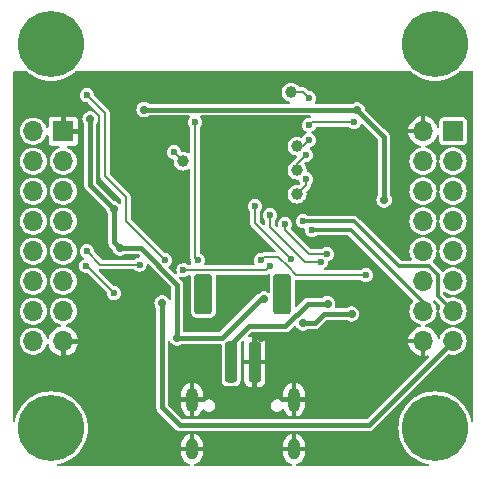
<source format=gbr>
%TF.GenerationSoftware,KiCad,Pcbnew,8.0.7*%
%TF.CreationDate,2024-12-17T10:58:39+01:00*%
%TF.ProjectId,stackflex_core,73746163-6b66-46c6-9578-5f636f72652e,2025.1.0*%
%TF.SameCoordinates,Original*%
%TF.FileFunction,Copper,L2,Bot*%
%TF.FilePolarity,Positive*%
%FSLAX46Y46*%
G04 Gerber Fmt 4.6, Leading zero omitted, Abs format (unit mm)*
G04 Created by KiCad (PCBNEW 8.0.7) date 2024-12-17 10:58:39*
%MOMM*%
%LPD*%
G01*
G04 APERTURE LIST*
G04 Aperture macros list*
%AMRoundRect*
0 Rectangle with rounded corners*
0 $1 Rounding radius*
0 $2 $3 $4 $5 $6 $7 $8 $9 X,Y pos of 4 corners*
0 Add a 4 corners polygon primitive as box body*
4,1,4,$2,$3,$4,$5,$6,$7,$8,$9,$2,$3,0*
0 Add four circle primitives for the rounded corners*
1,1,$1+$1,$2,$3*
1,1,$1+$1,$4,$5*
1,1,$1+$1,$6,$7*
1,1,$1+$1,$8,$9*
0 Add four rect primitives between the rounded corners*
20,1,$1+$1,$2,$3,$4,$5,0*
20,1,$1+$1,$4,$5,$6,$7,0*
20,1,$1+$1,$6,$7,$8,$9,0*
20,1,$1+$1,$8,$9,$2,$3,0*%
G04 Aperture macros list end*
%TA.AperFunction,ComponentPad*%
%ADD10R,1.700000X1.700000*%
%TD*%
%TA.AperFunction,ComponentPad*%
%ADD11O,1.700000X1.700000*%
%TD*%
%TA.AperFunction,ComponentPad*%
%ADD12C,5.600000*%
%TD*%
%TA.AperFunction,ComponentPad*%
%ADD13O,1.000000X2.100000*%
%TD*%
%TA.AperFunction,ComponentPad*%
%ADD14O,1.000000X1.800000*%
%TD*%
%TA.AperFunction,SMDPad,CuDef*%
%ADD15C,1.000000*%
%TD*%
%TA.AperFunction,SMDPad,CuDef*%
%ADD16RoundRect,0.250000X-0.250000X-1.500000X0.250000X-1.500000X0.250000X1.500000X-0.250000X1.500000X0*%
%TD*%
%TA.AperFunction,SMDPad,CuDef*%
%ADD17RoundRect,0.250001X-0.499999X-1.449999X0.499999X-1.449999X0.499999X1.449999X-0.499999X1.449999X0*%
%TD*%
%TA.AperFunction,ViaPad*%
%ADD18C,0.600000*%
%TD*%
%TA.AperFunction,ViaPad*%
%ADD19C,0.700000*%
%TD*%
%TA.AperFunction,Conductor*%
%ADD20C,0.200000*%
%TD*%
%TA.AperFunction,Conductor*%
%ADD21C,0.400000*%
%TD*%
%TA.AperFunction,Conductor*%
%ADD22C,0.300000*%
%TD*%
G04 APERTURE END LIST*
D10*
%TO.P,J2,1,Pin_1*%
%TO.N,GND*%
X-15220000Y8875000D03*
D11*
%TO.P,J2,2,Pin_2*%
%TO.N,3V3_GPIO*%
X-17760000Y8875000D03*
%TO.P,J2,3,Pin_3*%
%TO.N,IO1*%
X-15220000Y6335000D03*
%TO.P,J2,4,Pin_4*%
%TO.N,IO2*%
X-17760000Y6335000D03*
%TO.P,J2,5,Pin_5*%
%TO.N,IO4_MOSI0*%
X-15220000Y3795000D03*
%TO.P,J2,6,Pin_6*%
%TO.N,IO5_MISO0*%
X-17760000Y3795000D03*
%TO.P,J2,7,Pin_7*%
%TO.N,IO6_SCLK0*%
X-15220000Y1255000D03*
%TO.P,J2,8,Pin_8*%
%TO.N,IO7_CS0*%
X-17760000Y1255000D03*
%TO.P,J2,9,Pin_9*%
%TO.N,IO8_SDA0*%
X-15220000Y-1285000D03*
%TO.P,J2,10,Pin_10*%
%TO.N,IO9_SCL0*%
X-17760000Y-1285000D03*
%TO.P,J2,11,Pin_11*%
%TO.N,unconnected-(J2-Pin_11-Pad11)*%
X-15220000Y-3825000D03*
%TO.P,J2,12,Pin_12*%
%TO.N,unconnected-(J2-Pin_12-Pad12)*%
X-17760000Y-3825000D03*
%TO.P,J2,13,Pin_13*%
%TO.N,IO11*%
X-15220000Y-6365000D03*
%TO.P,J2,14,Pin_14*%
%TO.N,IO10*%
X-17760000Y-6365000D03*
%TO.P,J2,15,Pin_15*%
%TO.N,GND*%
X-15220000Y-8905000D03*
%TO.P,J2,16,Pin_16*%
%TO.N,3V3_GPIO*%
X-17760000Y-8905000D03*
%TD*%
D12*
%TO.P,H3,1*%
%TO.N,N/C*%
X-16256000Y-16256000D03*
%TD*%
%TO.P,H1,1*%
%TO.N,N/C*%
X-16256000Y16256000D03*
%TD*%
D13*
%TO.P,J1,S1,SHIELD*%
%TO.N,GND*%
X-4322000Y-13854000D03*
D14*
X-4322000Y-18034000D03*
D13*
X4318000Y-13854000D03*
D14*
X4318000Y-18034000D03*
%TD*%
D12*
%TO.P,H2,1*%
%TO.N,N/C*%
X16256000Y16256000D03*
%TD*%
D10*
%TO.P,J3,1,Pin_1*%
%TO.N,3V3_GPIO*%
X17780000Y8890000D03*
D11*
%TO.P,J3,2,Pin_2*%
%TO.N,GND*%
X15240000Y8890000D03*
%TO.P,J3,3,Pin_3*%
%TO.N,IO41*%
X17780000Y6350000D03*
%TO.P,J3,4,Pin_4*%
%TO.N,IO42*%
X15240000Y6350000D03*
%TO.P,J3,5,Pin_5*%
%TO.N,unconnected-(J3-Pin_5-Pad5)*%
X17780000Y3810000D03*
%TO.P,J3,6,Pin_6*%
%TO.N,unconnected-(J3-Pin_6-Pad6)*%
X15240000Y3810000D03*
%TO.P,J3,7,Pin_7*%
%TO.N,IO40_SCL1*%
X17780000Y1270000D03*
%TO.P,J3,8,Pin_8*%
%TO.N,IO39_SDA1*%
X15240000Y1270000D03*
%TO.P,J3,9,Pin_9*%
%TO.N,IO37_CS1*%
X17780000Y-1270000D03*
%TO.P,J3,10,Pin_10*%
%TO.N,IO38_SCLK1*%
X15240000Y-1270000D03*
%TO.P,J3,11,Pin_11*%
%TO.N,IO35_MISO1*%
X17780000Y-3810000D03*
%TO.P,J3,12,Pin_12*%
%TO.N,IO36_MOSI1*%
X15240000Y-3810000D03*
%TO.P,J3,13,Pin_13*%
%TO.N,IO34*%
X17780000Y-6350000D03*
%TO.P,J3,14,Pin_14*%
%TO.N,IO48*%
X15240000Y-6350000D03*
%TO.P,J3,15,Pin_15*%
%TO.N,3V3_GPIO*%
X17780000Y-8890000D03*
%TO.P,J3,16,Pin_16*%
%TO.N,GND*%
X15240000Y-8890000D03*
%TD*%
D12*
%TO.P,H4,1*%
%TO.N,N/C*%
X16256000Y-16256000D03*
%TD*%
D15*
%TO.P,S5,1,Pin_1*%
%TO.N,TXD0*%
X4572000Y3556000D03*
%TD*%
%TO.P,S4,1,Pin_1*%
%TO.N,RXD0*%
X4572000Y5588000D03*
%TD*%
%TO.P,S03,1,Pin_1*%
%TO.N,IO3_S*%
X-5080000Y6350000D03*
%TD*%
%TO.P,S46,1,Pin_1*%
%TO.N,I046_S*%
X4064000Y12192000D03*
%TD*%
D16*
%TO.P,J4,1,Pin_1*%
%TO.N,+BATT*%
X-1016000Y-10668000D03*
%TO.P,J4,2,Pin_2*%
%TO.N,GND*%
X984000Y-10668000D03*
D17*
%TO.P,J4,MP*%
%TO.N,N/C*%
X-3366000Y-4918000D03*
X3334000Y-4918000D03*
%TD*%
D15*
%TO.P,S45,1,Pin_1*%
%TO.N,I045_S*%
X4572000Y7620000D03*
%TD*%
D18*
%TO.N,RXD0*%
X5314464Y6877536D03*
%TO.N,TXD0*%
X5334000Y4826000D03*
D19*
%TO.N,GND*%
X-9906000Y7366000D03*
X1524000Y-8636000D03*
X9144000Y-17272000D03*
D18*
X3048000Y4826000D03*
D19*
X1270000Y-4064000D03*
X-9144000Y-17272000D03*
X-5588000Y1016000D03*
D18*
X-9398000Y-6858000D03*
X0Y9652000D03*
D19*
X12954000Y2286000D03*
X13208000Y0D03*
X-18034000Y-12192000D03*
X9652000Y-2540000D03*
X12192000Y13208000D03*
X2540000Y12192000D03*
X-12700000Y508000D03*
X-5334000Y12192000D03*
X-5334000Y-2032000D03*
D18*
X3048000Y8128000D03*
X0Y6604000D03*
D19*
X-10160000Y13462000D03*
X-5842000Y4826000D03*
D18*
X-3048000Y4826000D03*
X5334000Y2794000D03*
X0Y3302000D03*
D19*
X-4064000Y-10414000D03*
X7112000Y-4318000D03*
D18*
X-3048000Y8128000D03*
%TO.N,EN*%
X-3850000Y-2032000D03*
X-4064000Y9652000D03*
%TO.N,IO0*%
X4049999Y-1921238D03*
X1016000Y2540000D03*
D19*
%TO.N,VCC*%
X9182000Y-6604000D03*
X5080000Y-7366000D03*
%TO.N,3V3_GPIO*%
X-6858000Y-5664200D03*
%TO.N,+BATT*%
X7158417Y-5727252D03*
D18*
%TO.N,IO33*%
X5588000Y9398000D03*
X9398000Y9652000D03*
%TO.N,IO9_SCL0*%
X-10922000Y-4826000D03*
X3556000Y1016000D03*
X7112000Y-1524000D03*
X-13267346Y-2535000D03*
%TO.N,IO12*%
X-13208000Y11938000D03*
X-6604000Y-2032000D03*
%TO.N,IO8_SDA0*%
X6588581Y-2193729D03*
X-13223000Y-1285000D03*
X2286000Y1778000D03*
X-8768116Y-2407884D03*
%TO.N,IO34*%
X5080000Y1270000D03*
%TO.N,IO48*%
X5842000Y508000D03*
%TO.N,IO26_BALARM*%
X1506000Y-2032000D03*
X10409747Y-3301091D03*
%TO.N,IO47_CALARM*%
X-5049394Y-2885817D03*
X2286000Y-2540000D03*
D19*
%TO.N,+3V3*%
X11938000Y3048000D03*
X-10414000Y-1016000D03*
X1778000Y-5334000D03*
X-5588000Y-8636000D03*
X9652000Y10668000D03*
X-8382000Y10712000D03*
X-10922000Y2286000D03*
X-12954000Y9906000D03*
D18*
%TO.N,I046_S*%
X5588000Y11684000D03*
%TO.N,I045_S*%
X5588000Y8128000D03*
%TO.N,IO3_S*%
X-5842000Y7112000D03*
%TD*%
D20*
%TO.N,RXD0*%
X4572000Y5588000D02*
X4572000Y6135072D01*
X4572000Y6135072D02*
X5314464Y6877536D01*
%TO.N,TXD0*%
X5334000Y4826000D02*
X5334000Y4318000D01*
X5334000Y4318000D02*
X4572000Y3556000D01*
%TO.N,EN*%
X-4064000Y-1818000D02*
X-4064000Y9652000D01*
X-3850000Y-2032000D02*
X-4064000Y-1818000D01*
%TO.N,IO0*%
X4049999Y-1921238D02*
X4023237Y-1921238D01*
X4023237Y-1921238D02*
X1016000Y1085999D01*
X1016000Y1085999D02*
X1016000Y2540000D01*
D21*
%TO.N,VCC*%
X6858000Y-6604000D02*
X6096000Y-7366000D01*
X6096000Y-7366000D02*
X5080000Y-7366000D01*
X9182000Y-6604000D02*
X6858000Y-6604000D01*
%TO.N,3V3_GPIO*%
X10668000Y-16002000D02*
X17780000Y-8890000D01*
X-5334000Y-16002000D02*
X10668000Y-16002000D01*
X-6858000Y-5664200D02*
X-6858000Y-14478000D01*
X-6858000Y-14478000D02*
X-5334000Y-16002000D01*
%TO.N,+BATT*%
X-1016000Y-10668000D02*
X-1016000Y-9144000D01*
X5471626Y-5727252D02*
X7158417Y-5727252D01*
X3578878Y-7620000D02*
X5471626Y-5727252D01*
X508000Y-7620000D02*
X3578878Y-7620000D01*
X-1016000Y-9144000D02*
X508000Y-7620000D01*
D20*
%TO.N,IO33*%
X5842000Y9652000D02*
X9398000Y9652000D01*
X5588000Y9398000D02*
X5842000Y9652000D01*
%TO.N,IO9_SCL0*%
X3556000Y508000D02*
X3556000Y1016000D01*
X-13213000Y-2535000D02*
X-13267346Y-2535000D01*
X5588000Y-1524000D02*
X3556000Y508000D01*
X7112000Y-1524000D02*
X5588000Y-1524000D01*
X-10922000Y-4826000D02*
X-13213000Y-2535000D01*
%TO.N,IO12*%
X-9906000Y1270000D02*
X-9906000Y2286000D01*
X-11684000Y10414000D02*
X-13208000Y11938000D01*
X-9906000Y2286000D02*
X-9906000Y3302000D01*
X-11176000Y4572000D02*
X-11684000Y5080000D01*
X-6604000Y-2032000D02*
X-9906000Y1270000D01*
X-11684000Y5334000D02*
X-11684000Y10414000D01*
X-9906000Y3302000D02*
X-11176000Y4572000D01*
X-11684000Y5080000D02*
X-11684000Y5334000D01*
%TO.N,IO8_SDA0*%
X-8768116Y-2407884D02*
X-12100116Y-2407884D01*
X2286000Y762000D02*
X2286000Y1778000D01*
X-12100116Y-2407884D02*
X-13223000Y-1285000D01*
X6588581Y-2193729D02*
X5241729Y-2193729D01*
X5241729Y-2193729D02*
X2286000Y762000D01*
D22*
%TO.N,IO34*%
X15728000Y-2520000D02*
X13188000Y-2520000D01*
X13188000Y-2520000D02*
X9652000Y1016000D01*
X9652000Y1016000D02*
X9398000Y1270000D01*
X9398000Y1270000D02*
X5080000Y1270000D01*
X17780000Y-6350000D02*
X16490000Y-5060000D01*
X16490000Y-5060000D02*
X16490000Y-3282000D01*
X16490000Y-3282000D02*
X15728000Y-2520000D01*
%TO.N,IO48*%
X15240000Y-5605834D02*
X15240000Y-6350000D01*
X9126166Y508000D02*
X15240000Y-5605834D01*
X5842000Y508000D02*
X9126166Y508000D01*
D20*
%TO.N,IO26_BALARM*%
X3792694Y-2571238D02*
X4522547Y-3301091D01*
X2987522Y-1778000D02*
X3780760Y-2571238D01*
X3780760Y-2571238D02*
X3792694Y-2571238D01*
X1760000Y-1778000D02*
X2987522Y-1778000D01*
X1506000Y-2032000D02*
X1760000Y-1778000D01*
X4522547Y-3301091D02*
X10409747Y-3301091D01*
%TO.N,IO47_CALARM*%
X-5031577Y-2868000D02*
X1958000Y-2868000D01*
X-5049394Y-2885817D02*
X-5031577Y-2868000D01*
X1958000Y-2868000D02*
X2286000Y-2540000D01*
D21*
%TO.N,+3V3*%
X9608000Y10712000D02*
X9652000Y10668000D01*
X-12954000Y4318000D02*
X-12954000Y9906000D01*
X-10922000Y2286000D02*
X-12954000Y4318000D01*
X-5588000Y-8636000D02*
X-5588000Y-4108661D01*
X-10922000Y-508000D02*
X-10922000Y2286000D01*
X-8382000Y10712000D02*
X9608000Y10712000D01*
X-10414000Y-1016000D02*
X-10922000Y-508000D01*
X-5588000Y-4108661D02*
X-8680661Y-1016000D01*
X9652000Y10668000D02*
X11938000Y8382000D01*
X1524000Y-5334000D02*
X-1778000Y-8636000D01*
X-1778000Y-8636000D02*
X-5588000Y-8636000D01*
X-8680661Y-1016000D02*
X-10414000Y-1016000D01*
X11938000Y8382000D02*
X11938000Y3048000D01*
X1778000Y-5334000D02*
X1524000Y-5334000D01*
D20*
%TO.N,I046_S*%
X4064000Y12192000D02*
X5080000Y12192000D01*
X5080000Y12192000D02*
X5588000Y11684000D01*
%TO.N,I045_S*%
X4572000Y7620000D02*
X5080000Y7620000D01*
X5080000Y7620000D02*
X5588000Y8128000D01*
%TO.N,IO3_S*%
X-5080000Y6350000D02*
X-5842000Y7112000D01*
%TD*%
%TA.AperFunction,Conductor*%
%TO.N,GND*%
G36*
X2266344Y-3231422D02*
G01*
X2296938Y-3284409D01*
X2293189Y-3329652D01*
X2295679Y-3330282D01*
X2294124Y-3336430D01*
X2283500Y-3424898D01*
X2283500Y-4700891D01*
X2264593Y-4759082D01*
X2215093Y-4795046D01*
X2153907Y-4795046D01*
X2138492Y-4788551D01*
X2010364Y-4721303D01*
X1856987Y-4683500D01*
X1856985Y-4683500D01*
X1699015Y-4683500D01*
X1699012Y-4683500D01*
X1545635Y-4721303D01*
X1405761Y-4794716D01*
X1405760Y-4794717D01*
X1317250Y-4873128D01*
X1301103Y-4884760D01*
X1216688Y-4933498D01*
X1216685Y-4933500D01*
X1123499Y-5026685D01*
X1123500Y-5026686D01*
X-1956318Y-8106504D01*
X-2010835Y-8134281D01*
X-2026322Y-8135500D01*
X-4988500Y-8135500D01*
X-5046691Y-8116593D01*
X-5082655Y-8067093D01*
X-5087500Y-8036500D01*
X-5087500Y-4042770D01*
X-5087500Y-4042769D01*
X-5088962Y-4037313D01*
X-5088962Y-4037309D01*
X-5088963Y-4037310D01*
X-5121608Y-3915475D01*
X-5126632Y-3906773D01*
X-5187497Y-3801351D01*
X-5187499Y-3801349D01*
X-5187500Y-3801347D01*
X-5386554Y-3602293D01*
X-5414329Y-3547779D01*
X-5404758Y-3487347D01*
X-5361493Y-3444082D01*
X-5301061Y-3434511D01*
X-5278663Y-3440828D01*
X-5206161Y-3470859D01*
X-5206156Y-3470861D01*
X-5088585Y-3486339D01*
X-5049395Y-3491499D01*
X-5049394Y-3491499D01*
X-5049393Y-3491499D01*
X-5017856Y-3487347D01*
X-4892632Y-3470861D01*
X-4746553Y-3410353D01*
X-4621112Y-3314099D01*
X-4615842Y-3307231D01*
X-4565417Y-3272576D01*
X-4537301Y-3268500D01*
X-4509318Y-3268500D01*
X-4451127Y-3287407D01*
X-4415163Y-3336907D01*
X-4411024Y-3379305D01*
X-4416500Y-3424898D01*
X-4416500Y-6411096D01*
X-4416499Y-6411099D01*
X-4405876Y-6499564D01*
X-4350361Y-6640342D01*
X-4258922Y-6760922D01*
X-4138342Y-6852361D01*
X-3997564Y-6907876D01*
X-3909099Y-6918500D01*
X-2822902Y-6918499D01*
X-2734436Y-6907876D01*
X-2593658Y-6852361D01*
X-2473078Y-6760922D01*
X-2381639Y-6640342D01*
X-2326124Y-6499564D01*
X-2315500Y-6411099D01*
X-2315501Y-3424902D01*
X-2317577Y-3407611D01*
X-2320976Y-3379303D01*
X-2309141Y-3319273D01*
X-2264282Y-3277664D01*
X-2222682Y-3268500D01*
X2010725Y-3268500D01*
X2010727Y-3268500D01*
X2112588Y-3241207D01*
X2150601Y-3219259D01*
X2210448Y-3206537D01*
X2266344Y-3231422D01*
G37*
%TD.AperFunction*%
%TA.AperFunction,Conductor*%
G36*
X-18330548Y13951093D02*
G01*
X-18322771Y13944818D01*
X-18192188Y13828122D01*
X-18192180Y13828115D01*
X-18192177Y13828113D01*
X-18192176Y13828112D01*
X-17908164Y13626595D01*
X-17908160Y13626593D01*
X-17603380Y13458147D01*
X-17603381Y13458147D01*
X-17603376Y13458145D01*
X-17281644Y13324879D01*
X-16947013Y13228473D01*
X-16603693Y13170141D01*
X-16603690Y13170141D01*
X-16603684Y13170140D01*
X-16256005Y13150615D01*
X-16256000Y13150615D01*
X-16255995Y13150615D01*
X-15908317Y13170140D01*
X-15908313Y13170141D01*
X-15908307Y13170141D01*
X-15564987Y13228473D01*
X-15230356Y13324879D01*
X-14908624Y13458145D01*
X-14603836Y13626595D01*
X-14319824Y13828112D01*
X-14271832Y13871000D01*
X-14189229Y13944818D01*
X-14133241Y13969496D01*
X-14123261Y13970000D01*
X14123261Y13970000D01*
X14181452Y13951093D01*
X14189229Y13944818D01*
X14319812Y13828122D01*
X14319820Y13828115D01*
X14319823Y13828113D01*
X14319824Y13828112D01*
X14603836Y13626595D01*
X14603840Y13626593D01*
X14908620Y13458147D01*
X14908619Y13458147D01*
X14908624Y13458145D01*
X15230356Y13324879D01*
X15564987Y13228473D01*
X15908307Y13170141D01*
X15908310Y13170141D01*
X15908316Y13170140D01*
X16255995Y13150615D01*
X16256000Y13150615D01*
X16256005Y13150615D01*
X16603683Y13170140D01*
X16603687Y13170141D01*
X16603693Y13170141D01*
X16947013Y13228473D01*
X17281644Y13324879D01*
X17603376Y13458145D01*
X17908164Y13626595D01*
X18192176Y13828112D01*
X18240168Y13871000D01*
X18322771Y13944818D01*
X18378759Y13969496D01*
X18388739Y13970000D01*
X19400500Y13970000D01*
X19458691Y13951093D01*
X19494655Y13901593D01*
X19499500Y13871000D01*
X19499500Y-15662417D01*
X19480593Y-15720608D01*
X19431093Y-15756572D01*
X19369907Y-15756572D01*
X19320407Y-15720608D01*
X19302899Y-15679000D01*
X19283527Y-15564988D01*
X19265237Y-15501500D01*
X19187121Y-15230356D01*
X19053855Y-14908624D01*
X19053853Y-14908619D01*
X18885407Y-14603840D01*
X18885405Y-14603836D01*
X18683888Y-14319824D01*
X18451839Y-14060161D01*
X18192176Y-13828112D01*
X17908164Y-13626595D01*
X17908159Y-13626592D01*
X17603379Y-13458146D01*
X17603380Y-13458146D01*
X17281642Y-13324878D01*
X16947011Y-13228472D01*
X16603703Y-13170142D01*
X16603683Y-13170139D01*
X16256005Y-13150615D01*
X16255995Y-13150615D01*
X15908316Y-13170139D01*
X15908296Y-13170142D01*
X15564988Y-13228472D01*
X15230357Y-13324878D01*
X14908619Y-13458146D01*
X14603840Y-13626592D01*
X14565212Y-13654000D01*
X14319824Y-13828112D01*
X14201900Y-13933495D01*
X14060168Y-14060154D01*
X14060154Y-14060168D01*
X13978836Y-14151164D01*
X13828112Y-14319824D01*
X13828110Y-14319827D01*
X13626592Y-14603840D01*
X13458146Y-14908619D01*
X13324878Y-15230357D01*
X13228472Y-15564988D01*
X13170142Y-15908296D01*
X13170139Y-15908316D01*
X13150615Y-16255995D01*
X13150615Y-16256004D01*
X13170139Y-16603683D01*
X13170142Y-16603703D01*
X13228472Y-16947011D01*
X13324878Y-17281642D01*
X13458146Y-17603380D01*
X13626592Y-17908159D01*
X13626595Y-17908164D01*
X13828112Y-18192176D01*
X14060161Y-18451839D01*
X14319824Y-18683888D01*
X14603836Y-18885405D01*
X14603840Y-18885407D01*
X14908620Y-19053853D01*
X14908619Y-19053853D01*
X14908624Y-19053855D01*
X15230356Y-19187121D01*
X15564987Y-19283527D01*
X15600227Y-19289514D01*
X15679001Y-19302899D01*
X15733203Y-19331286D01*
X15760367Y-19386111D01*
X15750118Y-19446432D01*
X15706371Y-19489208D01*
X15662418Y-19499500D01*
X4579784Y-19499500D01*
X4521593Y-19480593D01*
X4485629Y-19431093D01*
X4485629Y-19369907D01*
X4521593Y-19320407D01*
X4560470Y-19303402D01*
X4580519Y-19299413D01*
X4580521Y-19299413D01*
X4744308Y-19231570D01*
X4891715Y-19133076D01*
X5017076Y-19007715D01*
X5115570Y-18860308D01*
X5183413Y-18696521D01*
X5183413Y-18696519D01*
X5217999Y-18522644D01*
X5218000Y-18522641D01*
X5218000Y-18234001D01*
X5217999Y-18234000D01*
X4618000Y-18234000D01*
X4618000Y-17834000D01*
X5217999Y-17834000D01*
X5218000Y-17833999D01*
X5218000Y-17545358D01*
X5217999Y-17545355D01*
X5183413Y-17371480D01*
X5183413Y-17371478D01*
X5115570Y-17207691D01*
X5017076Y-17060284D01*
X4891715Y-16934923D01*
X4744308Y-16836429D01*
X4580520Y-16768586D01*
X4518000Y-16756149D01*
X4518000Y-17409735D01*
X4502205Y-17393940D01*
X4433796Y-17354444D01*
X4357496Y-17334000D01*
X4278504Y-17334000D01*
X4202204Y-17354444D01*
X4133795Y-17393940D01*
X4118000Y-17409735D01*
X4118000Y-16756149D01*
X4055480Y-16768586D01*
X4055478Y-16768586D01*
X3891691Y-16836429D01*
X3744284Y-16934923D01*
X3618923Y-17060284D01*
X3520429Y-17207691D01*
X3452586Y-17371478D01*
X3452586Y-17371480D01*
X3418000Y-17545355D01*
X3418000Y-17833999D01*
X3418001Y-17834000D01*
X4018000Y-17834000D01*
X4018000Y-18234000D01*
X3418001Y-18234000D01*
X3418000Y-18234001D01*
X3418000Y-18522644D01*
X3452586Y-18696519D01*
X3452586Y-18696521D01*
X3520429Y-18860308D01*
X3618923Y-19007715D01*
X3744284Y-19133076D01*
X3891691Y-19231570D01*
X4055479Y-19299413D01*
X4075530Y-19303402D01*
X4128914Y-19333299D01*
X4154530Y-19388864D01*
X4142593Y-19448873D01*
X4097663Y-19490406D01*
X4056216Y-19499500D01*
X-4060216Y-19499500D01*
X-4118407Y-19480593D01*
X-4154371Y-19431093D01*
X-4154371Y-19369907D01*
X-4118407Y-19320407D01*
X-4079530Y-19303402D01*
X-4059481Y-19299413D01*
X-4059479Y-19299413D01*
X-3895692Y-19231570D01*
X-3748285Y-19133076D01*
X-3622924Y-19007715D01*
X-3524430Y-18860308D01*
X-3456587Y-18696521D01*
X-3456587Y-18696519D01*
X-3422001Y-18522644D01*
X-3422000Y-18522641D01*
X-3422000Y-18234001D01*
X-3422001Y-18234000D01*
X-4022000Y-18234000D01*
X-4022000Y-17834000D01*
X-3422001Y-17834000D01*
X-3422000Y-17833999D01*
X-3422000Y-17545358D01*
X-3422001Y-17545355D01*
X-3456587Y-17371480D01*
X-3456587Y-17371478D01*
X-3524430Y-17207691D01*
X-3622924Y-17060284D01*
X-3748285Y-16934923D01*
X-3895692Y-16836429D01*
X-4059480Y-16768586D01*
X-4122000Y-16756149D01*
X-4122000Y-17409735D01*
X-4137795Y-17393940D01*
X-4206204Y-17354444D01*
X-4282504Y-17334000D01*
X-4361496Y-17334000D01*
X-4437796Y-17354444D01*
X-4506205Y-17393940D01*
X-4522000Y-17409735D01*
X-4522000Y-16756149D01*
X-4584520Y-16768586D01*
X-4584522Y-16768586D01*
X-4748309Y-16836429D01*
X-4895716Y-16934923D01*
X-5021077Y-17060284D01*
X-5119571Y-17207691D01*
X-5187414Y-17371478D01*
X-5187414Y-17371480D01*
X-5222000Y-17545355D01*
X-5222000Y-17833999D01*
X-5221999Y-17834000D01*
X-4622000Y-17834000D01*
X-4622000Y-18234000D01*
X-5221999Y-18234000D01*
X-5222000Y-18234001D01*
X-5222000Y-18522644D01*
X-5187414Y-18696519D01*
X-5187414Y-18696521D01*
X-5119571Y-18860308D01*
X-5021077Y-19007715D01*
X-4895716Y-19133076D01*
X-4748309Y-19231570D01*
X-4584521Y-19299413D01*
X-4564470Y-19303402D01*
X-4511086Y-19333299D01*
X-4485470Y-19388864D01*
X-4497407Y-19448873D01*
X-4542337Y-19490406D01*
X-4583784Y-19499500D01*
X-15662418Y-19499500D01*
X-15720609Y-19480593D01*
X-15756573Y-19431093D01*
X-15756573Y-19369907D01*
X-15720609Y-19320407D01*
X-15679001Y-19302899D01*
X-15618828Y-19292674D01*
X-15564987Y-19283527D01*
X-15230356Y-19187121D01*
X-14908624Y-19053855D01*
X-14603836Y-18885405D01*
X-14319824Y-18683888D01*
X-14060161Y-18451839D01*
X-13828112Y-18192176D01*
X-13626595Y-17908164D01*
X-13458145Y-17603376D01*
X-13324879Y-17281644D01*
X-13228473Y-16947013D01*
X-13170141Y-16603693D01*
X-13162542Y-16468392D01*
X-13150615Y-16256004D01*
X-13150615Y-16255995D01*
X-13170140Y-15908316D01*
X-13170143Y-15908296D01*
X-13195922Y-15756572D01*
X-13228473Y-15564987D01*
X-13324879Y-15230356D01*
X-13458145Y-14908624D01*
X-13458147Y-14908619D01*
X-13626593Y-14603840D01*
X-13626595Y-14603836D01*
X-13828112Y-14319824D01*
X-14060161Y-14060161D01*
X-14319824Y-13828112D01*
X-14603836Y-13626595D01*
X-14603841Y-13626592D01*
X-14908621Y-13458146D01*
X-14908620Y-13458146D01*
X-15230358Y-13324878D01*
X-15564989Y-13228472D01*
X-15908297Y-13170142D01*
X-15908317Y-13170139D01*
X-16255995Y-13150615D01*
X-16256005Y-13150615D01*
X-16603684Y-13170139D01*
X-16603704Y-13170142D01*
X-16947012Y-13228472D01*
X-17281643Y-13324878D01*
X-17603381Y-13458146D01*
X-17908160Y-13626592D01*
X-17946788Y-13654000D01*
X-18192176Y-13828112D01*
X-18310100Y-13933495D01*
X-18451832Y-14060154D01*
X-18451846Y-14060168D01*
X-18533164Y-14151164D01*
X-18683888Y-14319824D01*
X-18683890Y-14319827D01*
X-18885408Y-14603840D01*
X-19053854Y-14908619D01*
X-19187122Y-15230357D01*
X-19283528Y-15564988D01*
X-19302899Y-15679000D01*
X-19331286Y-15733202D01*
X-19386111Y-15760366D01*
X-19446432Y-15750117D01*
X-19489208Y-15706369D01*
X-19499500Y-15662417D01*
X-19499500Y-8905000D01*
X-18915429Y-8905000D01*
X-18895756Y-9117311D01*
X-18885677Y-9152735D01*
X-18837405Y-9322389D01*
X-18742366Y-9513255D01*
X-18613872Y-9683407D01*
X-18613865Y-9683413D01*
X-18456308Y-9827047D01*
X-18456301Y-9827053D01*
X-18417276Y-9851216D01*
X-18275019Y-9939298D01*
X-18076198Y-10016321D01*
X-17866610Y-10055500D01*
X-17653390Y-10055500D01*
X-17443802Y-10016321D01*
X-17244981Y-9939298D01*
X-17063698Y-9827052D01*
X-16906128Y-9683407D01*
X-16777634Y-9513255D01*
X-16682595Y-9322389D01*
X-16636303Y-9159690D01*
X-16602193Y-9108898D01*
X-16544741Y-9087854D01*
X-16485891Y-9104598D01*
X-16448123Y-9152735D01*
X-16445456Y-9161163D01*
X-16399103Y-9334157D01*
X-16306668Y-9532386D01*
X-16181217Y-9711549D01*
X-16026550Y-9866216D01*
X-15847387Y-9991667D01*
X-15649158Y-10084102D01*
X-15437882Y-10140713D01*
X-15420001Y-10142277D01*
X-15420000Y-10142277D01*
X-15420000Y-9366879D01*
X-15412993Y-9370925D01*
X-15285826Y-9405000D01*
X-15154174Y-9405000D01*
X-15027007Y-9370925D01*
X-15020000Y-9366879D01*
X-15020000Y-10142277D01*
X-15002119Y-10140713D01*
X-14790843Y-10084102D01*
X-14592614Y-9991667D01*
X-14413451Y-9866216D01*
X-14258784Y-9711549D01*
X-14133333Y-9532386D01*
X-14040898Y-9334157D01*
X-13984287Y-9122881D01*
X-13982723Y-9105000D01*
X-14758120Y-9105000D01*
X-14754075Y-9097993D01*
X-14720000Y-8970826D01*
X-14720000Y-8839174D01*
X-14754075Y-8712007D01*
X-14758120Y-8705000D01*
X-13982723Y-8705000D01*
X-13982723Y-8704999D01*
X-13984287Y-8687118D01*
X-14040898Y-8475842D01*
X-14133333Y-8277614D01*
X-14258784Y-8098450D01*
X-14413451Y-7943783D01*
X-14592614Y-7818332D01*
X-14790844Y-7725897D01*
X-14964824Y-7679279D01*
X-15016138Y-7645955D01*
X-15038065Y-7588833D01*
X-15022229Y-7529733D01*
X-14974679Y-7491228D01*
X-14957408Y-7486341D01*
X-14903802Y-7476321D01*
X-14704981Y-7399298D01*
X-14523698Y-7287052D01*
X-14366128Y-7143407D01*
X-14237634Y-6973255D01*
X-14142595Y-6782389D01*
X-14084244Y-6577310D01*
X-14064571Y-6365000D01*
X-14084244Y-6152690D01*
X-14142595Y-5947611D01*
X-14237634Y-5756745D01*
X-14366128Y-5586593D01*
X-14432395Y-5526182D01*
X-14523693Y-5442952D01*
X-14523700Y-5442946D01*
X-14704976Y-5330705D01*
X-14704981Y-5330702D01*
X-14888779Y-5259499D01*
X-14903802Y-5253679D01*
X-14903803Y-5253678D01*
X-14903805Y-5253678D01*
X-15113390Y-5214500D01*
X-15326610Y-5214500D01*
X-15536196Y-5253678D01*
X-15735020Y-5330702D01*
X-15735025Y-5330705D01*
X-15916301Y-5442946D01*
X-15916308Y-5442952D01*
X-16073865Y-5586586D01*
X-16073869Y-5586589D01*
X-16073872Y-5586593D01*
X-16073875Y-5586597D01*
X-16202365Y-5756743D01*
X-16202370Y-5756752D01*
X-16297404Y-5947608D01*
X-16297405Y-5947611D01*
X-16302952Y-5967108D01*
X-16355756Y-6152688D01*
X-16375429Y-6365000D01*
X-16355756Y-6577311D01*
X-16348162Y-6604000D01*
X-16303543Y-6760818D01*
X-16297404Y-6782391D01*
X-16220217Y-6937406D01*
X-16202366Y-6973255D01*
X-16073872Y-7143407D01*
X-16073865Y-7143413D01*
X-15916308Y-7287047D01*
X-15916301Y-7287053D01*
X-15812611Y-7351255D01*
X-15735019Y-7399298D01*
X-15536198Y-7476321D01*
X-15482609Y-7486338D01*
X-15428884Y-7515615D01*
X-15402627Y-7570880D01*
X-15413870Y-7631024D01*
X-15458316Y-7673073D01*
X-15475177Y-7679279D01*
X-15649157Y-7725897D01*
X-15847386Y-7818332D01*
X-16026550Y-7943783D01*
X-16181217Y-8098450D01*
X-16306668Y-8277614D01*
X-16399103Y-8475843D01*
X-16445456Y-8648836D01*
X-16478780Y-8700150D01*
X-16535902Y-8722077D01*
X-16595002Y-8706241D01*
X-16633507Y-8658692D01*
X-16636301Y-8650314D01*
X-16682595Y-8487611D01*
X-16777634Y-8296745D01*
X-16906128Y-8126593D01*
X-16971396Y-8067093D01*
X-17063693Y-7982952D01*
X-17063700Y-7982946D01*
X-17244976Y-7870705D01*
X-17244981Y-7870702D01*
X-17283701Y-7855702D01*
X-17443802Y-7793679D01*
X-17443803Y-7793678D01*
X-17443805Y-7793678D01*
X-17653390Y-7754500D01*
X-17866610Y-7754500D01*
X-18076196Y-7793678D01*
X-18275020Y-7870702D01*
X-18275025Y-7870705D01*
X-18456301Y-7982946D01*
X-18456308Y-7982952D01*
X-18613865Y-8126586D01*
X-18613869Y-8126589D01*
X-18613872Y-8126593D01*
X-18613875Y-8126597D01*
X-18742365Y-8296743D01*
X-18742370Y-8296752D01*
X-18833208Y-8479182D01*
X-18837405Y-8487611D01*
X-18846052Y-8518000D01*
X-18895756Y-8692688D01*
X-18915429Y-8905000D01*
X-19499500Y-8905000D01*
X-19499500Y-6365000D01*
X-18915429Y-6365000D01*
X-18895756Y-6577311D01*
X-18888162Y-6604000D01*
X-18843543Y-6760818D01*
X-18837404Y-6782391D01*
X-18760217Y-6937406D01*
X-18742366Y-6973255D01*
X-18613872Y-7143407D01*
X-18613865Y-7143413D01*
X-18456308Y-7287047D01*
X-18456301Y-7287053D01*
X-18352611Y-7351255D01*
X-18275019Y-7399298D01*
X-18076198Y-7476321D01*
X-17866610Y-7515500D01*
X-17653390Y-7515500D01*
X-17443802Y-7476321D01*
X-17244981Y-7399298D01*
X-17063698Y-7287052D01*
X-16906128Y-7143407D01*
X-16777634Y-6973255D01*
X-16682595Y-6782389D01*
X-16624244Y-6577310D01*
X-16604571Y-6365000D01*
X-16624244Y-6152690D01*
X-16682595Y-5947611D01*
X-16777634Y-5756745D01*
X-16906128Y-5586593D01*
X-16972395Y-5526182D01*
X-17063693Y-5442952D01*
X-17063700Y-5442946D01*
X-17244976Y-5330705D01*
X-17244981Y-5330702D01*
X-17428779Y-5259499D01*
X-17443802Y-5253679D01*
X-17443803Y-5253678D01*
X-17443805Y-5253678D01*
X-17653390Y-5214500D01*
X-17866610Y-5214500D01*
X-18076196Y-5253678D01*
X-18275020Y-5330702D01*
X-18275025Y-5330705D01*
X-18456301Y-5442946D01*
X-18456308Y-5442952D01*
X-18613865Y-5586586D01*
X-18613869Y-5586589D01*
X-18613872Y-5586593D01*
X-18613875Y-5586597D01*
X-18742365Y-5756743D01*
X-18742370Y-5756752D01*
X-18837404Y-5947608D01*
X-18837405Y-5947611D01*
X-18842952Y-5967108D01*
X-18895756Y-6152688D01*
X-18915429Y-6365000D01*
X-19499500Y-6365000D01*
X-19499500Y-3825000D01*
X-18915429Y-3825000D01*
X-18895756Y-4037310D01*
X-18837405Y-4242389D01*
X-18742366Y-4433255D01*
X-18613872Y-4603407D01*
X-18613865Y-4603413D01*
X-18456308Y-4747047D01*
X-18456301Y-4747053D01*
X-18389279Y-4788551D01*
X-18275019Y-4859298D01*
X-18076198Y-4936321D01*
X-17866610Y-4975500D01*
X-17653390Y-4975500D01*
X-17443802Y-4936321D01*
X-17244981Y-4859298D01*
X-17063698Y-4747052D01*
X-16906128Y-4603407D01*
X-16777634Y-4433255D01*
X-16682595Y-4242389D01*
X-16624244Y-4037310D01*
X-16604571Y-3825000D01*
X-16375429Y-3825000D01*
X-16355756Y-4037310D01*
X-16297405Y-4242389D01*
X-16202366Y-4433255D01*
X-16073872Y-4603407D01*
X-16073865Y-4603413D01*
X-15916308Y-4747047D01*
X-15916301Y-4747053D01*
X-15849279Y-4788551D01*
X-15735019Y-4859298D01*
X-15536198Y-4936321D01*
X-15326610Y-4975500D01*
X-15113390Y-4975500D01*
X-14903802Y-4936321D01*
X-14704981Y-4859298D01*
X-14523698Y-4747052D01*
X-14366128Y-4603407D01*
X-14237634Y-4433255D01*
X-14142595Y-4242389D01*
X-14084244Y-4037310D01*
X-14064571Y-3825000D01*
X-14084244Y-3612690D01*
X-14142595Y-3407611D01*
X-14237634Y-3216745D01*
X-14366128Y-3046593D01*
X-14457522Y-2963276D01*
X-14523693Y-2902952D01*
X-14523700Y-2902946D01*
X-14704976Y-2790705D01*
X-14704981Y-2790702D01*
X-14864125Y-2729050D01*
X-14903802Y-2713679D01*
X-14903803Y-2713678D01*
X-14903805Y-2713678D01*
X-15113390Y-2674500D01*
X-15326610Y-2674500D01*
X-15536196Y-2713678D01*
X-15735020Y-2790702D01*
X-15735025Y-2790705D01*
X-15916301Y-2902946D01*
X-15916308Y-2902952D01*
X-16073865Y-3046586D01*
X-16073869Y-3046589D01*
X-16073872Y-3046593D01*
X-16073875Y-3046597D01*
X-16202365Y-3216743D01*
X-16202370Y-3216752D01*
X-16289936Y-3392611D01*
X-16297405Y-3407611D01*
X-16302325Y-3424902D01*
X-16355756Y-3612688D01*
X-16366568Y-3729373D01*
X-16375429Y-3825000D01*
X-16604571Y-3825000D01*
X-16624244Y-3612690D01*
X-16682595Y-3407611D01*
X-16777634Y-3216745D01*
X-16906128Y-3046593D01*
X-16997522Y-2963276D01*
X-17063693Y-2902952D01*
X-17063700Y-2902946D01*
X-17244976Y-2790705D01*
X-17244981Y-2790702D01*
X-17404125Y-2729050D01*
X-17443802Y-2713679D01*
X-17443803Y-2713678D01*
X-17443805Y-2713678D01*
X-17653390Y-2674500D01*
X-17866610Y-2674500D01*
X-18076196Y-2713678D01*
X-18275020Y-2790702D01*
X-18275025Y-2790705D01*
X-18456301Y-2902946D01*
X-18456308Y-2902952D01*
X-18613865Y-3046586D01*
X-18613869Y-3046589D01*
X-18613872Y-3046593D01*
X-18613875Y-3046597D01*
X-18742365Y-3216743D01*
X-18742370Y-3216752D01*
X-18829936Y-3392611D01*
X-18837405Y-3407611D01*
X-18842325Y-3424902D01*
X-18895756Y-3612688D01*
X-18906568Y-3729373D01*
X-18915429Y-3825000D01*
X-19499500Y-3825000D01*
X-19499500Y-2534999D01*
X-13873028Y-2534999D01*
X-13873028Y-2535000D01*
X-13852391Y-2691758D01*
X-13852389Y-2691766D01*
X-13791884Y-2837838D01*
X-13791884Y-2837839D01*
X-13695633Y-2963276D01*
X-13695628Y-2963282D01*
X-13570187Y-3059536D01*
X-13424108Y-3120044D01*
X-13267346Y-3140682D01*
X-13233010Y-3136161D01*
X-13172850Y-3147310D01*
X-13150083Y-3164310D01*
X-11556678Y-4757715D01*
X-11528901Y-4812232D01*
X-11528019Y-4823445D01*
X-11507045Y-4982758D01*
X-11507043Y-4982766D01*
X-11446538Y-5128838D01*
X-11446538Y-5128839D01*
X-11350745Y-5253679D01*
X-11350282Y-5254282D01*
X-11350278Y-5254285D01*
X-11350277Y-5254286D01*
X-11341708Y-5260861D01*
X-11224841Y-5350536D01*
X-11224840Y-5350536D01*
X-11224839Y-5350537D01*
X-11161309Y-5376852D01*
X-11078762Y-5411044D01*
X-10961191Y-5426522D01*
X-10922001Y-5431682D01*
X-10922000Y-5431682D01*
X-10921999Y-5431682D01*
X-10890648Y-5427554D01*
X-10765238Y-5411044D01*
X-10619159Y-5350536D01*
X-10493718Y-5254282D01*
X-10397464Y-5128841D01*
X-10336956Y-4982762D01*
X-10316318Y-4826000D01*
X-10318131Y-4812232D01*
X-10328686Y-4732053D01*
X-10336956Y-4669238D01*
X-10397463Y-4523161D01*
X-10397463Y-4523160D01*
X-10493714Y-4397723D01*
X-10493715Y-4397722D01*
X-10493718Y-4397718D01*
X-10493723Y-4397714D01*
X-10493724Y-4397713D01*
X-10619162Y-4301462D01*
X-10765234Y-4240957D01*
X-10765242Y-4240955D01*
X-10928433Y-4219471D01*
X-10928206Y-4217743D01*
X-10978472Y-4201411D01*
X-10990285Y-4191322D01*
X-12204219Y-2977388D01*
X-12231996Y-2922871D01*
X-12222425Y-2862439D01*
X-12179160Y-2819174D01*
X-12134215Y-2808384D01*
X-12047389Y-2808384D01*
X-9265187Y-2808384D01*
X-9206996Y-2827291D01*
X-9198429Y-2834607D01*
X-9196400Y-2836164D01*
X-9196398Y-2836166D01*
X-9070957Y-2932420D01*
X-9070956Y-2932420D01*
X-9070955Y-2932421D01*
X-8928369Y-2991482D01*
X-8924878Y-2992928D01*
X-8807307Y-3008406D01*
X-8768117Y-3013566D01*
X-8768116Y-3013566D01*
X-8768115Y-3013566D01*
X-8736764Y-3009438D01*
X-8611354Y-2992928D01*
X-8465275Y-2932420D01*
X-8339834Y-2836166D01*
X-8243580Y-2710725D01*
X-8183072Y-2564646D01*
X-8169344Y-2460369D01*
X-8143003Y-2405145D01*
X-8089232Y-2375950D01*
X-8028570Y-2383936D01*
X-8001187Y-2403288D01*
X-6117496Y-4286979D01*
X-6089719Y-4341496D01*
X-6088500Y-4356983D01*
X-6088500Y-5318661D01*
X-6107407Y-5376852D01*
X-6156907Y-5412816D01*
X-6218093Y-5412816D01*
X-6267593Y-5376852D01*
X-6275159Y-5364671D01*
X-6277780Y-5359678D01*
X-6277780Y-5359677D01*
X-6350945Y-5253679D01*
X-6367516Y-5229671D01*
X-6485759Y-5124918D01*
X-6485760Y-5124917D01*
X-6555698Y-5088210D01*
X-6625636Y-5051503D01*
X-6779013Y-5013700D01*
X-6779015Y-5013700D01*
X-6936985Y-5013700D01*
X-6936988Y-5013700D01*
X-7090365Y-5051503D01*
X-7230242Y-5124918D01*
X-7348485Y-5229671D01*
X-7438220Y-5359676D01*
X-7494237Y-5507382D01*
X-7494238Y-5507383D01*
X-7513278Y-5664198D01*
X-7513278Y-5664201D01*
X-7494238Y-5821016D01*
X-7494237Y-5821018D01*
X-7474282Y-5873636D01*
X-7438220Y-5968724D01*
X-7419784Y-5995432D01*
X-7376025Y-6058828D01*
X-7358500Y-6115066D01*
X-7358500Y-14412108D01*
X-7358500Y-14543892D01*
X-7346626Y-14588205D01*
X-7324391Y-14671190D01*
X-7258504Y-14785309D01*
X-7258503Y-14785310D01*
X-7258502Y-14785311D01*
X-7258500Y-14785314D01*
X-5734500Y-16309314D01*
X-5734501Y-16309314D01*
X-5641315Y-16402499D01*
X-5641310Y-16402503D01*
X-5527190Y-16468390D01*
X-5527192Y-16468390D01*
X-5527188Y-16468391D01*
X-5527186Y-16468392D01*
X-5399893Y-16502500D01*
X-5399892Y-16502500D01*
X-5399891Y-16502500D01*
X10733890Y-16502500D01*
X10733892Y-16502500D01*
X10861186Y-16468392D01*
X10861188Y-16468390D01*
X10861190Y-16468390D01*
X10975309Y-16402503D01*
X10975309Y-16402502D01*
X10975314Y-16402500D01*
X17355259Y-10022553D01*
X17409774Y-9994778D01*
X17459394Y-10000073D01*
X17459396Y-10000068D01*
X17459426Y-10000076D01*
X17461032Y-10000248D01*
X17463800Y-10001321D01*
X17673390Y-10040500D01*
X17886610Y-10040500D01*
X18096198Y-10001321D01*
X18295019Y-9924298D01*
X18476302Y-9812052D01*
X18633872Y-9668407D01*
X18762366Y-9498255D01*
X18857405Y-9307389D01*
X18915756Y-9102310D01*
X18935429Y-8890000D01*
X18915756Y-8677690D01*
X18857405Y-8472611D01*
X18762366Y-8281745D01*
X18633872Y-8111593D01*
X18579623Y-8062139D01*
X18476307Y-7967952D01*
X18476300Y-7967946D01*
X18295024Y-7855705D01*
X18295019Y-7855702D01*
X18152597Y-7800528D01*
X18096198Y-7778679D01*
X18096197Y-7778678D01*
X18096195Y-7778678D01*
X17886610Y-7739500D01*
X17673390Y-7739500D01*
X17463804Y-7778678D01*
X17264980Y-7855702D01*
X17264975Y-7855705D01*
X17083699Y-7967946D01*
X17083692Y-7967952D01*
X16926135Y-8111586D01*
X16926131Y-8111589D01*
X16926128Y-8111593D01*
X16926125Y-8111597D01*
X16797635Y-8281743D01*
X16797630Y-8281752D01*
X16702594Y-8472612D01*
X16656302Y-8635307D01*
X16622192Y-8686101D01*
X16564739Y-8707145D01*
X16505890Y-8690401D01*
X16468122Y-8642263D01*
X16465455Y-8633835D01*
X16419103Y-8460844D01*
X16326667Y-8262614D01*
X16201216Y-8083450D01*
X16046549Y-7928783D01*
X15867386Y-7803332D01*
X15669156Y-7710897D01*
X15495176Y-7664279D01*
X15443862Y-7630955D01*
X15421935Y-7573833D01*
X15437771Y-7514733D01*
X15485321Y-7476228D01*
X15502592Y-7471341D01*
X15556198Y-7461321D01*
X15755019Y-7384298D01*
X15936302Y-7272052D01*
X16093872Y-7128407D01*
X16222366Y-6958255D01*
X16317405Y-6767389D01*
X16375756Y-6562310D01*
X16395429Y-6350000D01*
X16375756Y-6137690D01*
X16317405Y-5932611D01*
X16222366Y-5741745D01*
X16118712Y-5604487D01*
X16098734Y-5546657D01*
X16116563Y-5488126D01*
X16165389Y-5451254D01*
X16226564Y-5450123D01*
X16267721Y-5474824D01*
X16666532Y-5873636D01*
X16694309Y-5928152D01*
X16691749Y-5970729D01*
X16684721Y-5995432D01*
X16644244Y-6137688D01*
X16644244Y-6137690D01*
X16624571Y-6350000D01*
X16644244Y-6562310D01*
X16700725Y-6760818D01*
X16702596Y-6767391D01*
X16742033Y-6846593D01*
X16797634Y-6958255D01*
X16926128Y-7128407D01*
X16942444Y-7143281D01*
X17083692Y-7272047D01*
X17083699Y-7272053D01*
X17107925Y-7287053D01*
X17264981Y-7384298D01*
X17463802Y-7461321D01*
X17673390Y-7500500D01*
X17886610Y-7500500D01*
X18096198Y-7461321D01*
X18295019Y-7384298D01*
X18476302Y-7272052D01*
X18633872Y-7128407D01*
X18762366Y-6958255D01*
X18857405Y-6767389D01*
X18915756Y-6562310D01*
X18935429Y-6350000D01*
X18915756Y-6137690D01*
X18857405Y-5932611D01*
X18762366Y-5741745D01*
X18633872Y-5571593D01*
X18579623Y-5522139D01*
X18476307Y-5427952D01*
X18476300Y-5427946D01*
X18295024Y-5315705D01*
X18295019Y-5315702D01*
X18235700Y-5292722D01*
X18096198Y-5238679D01*
X18096197Y-5238678D01*
X18096195Y-5238678D01*
X17886610Y-5199500D01*
X17673390Y-5199500D01*
X17463810Y-5238677D01*
X17463805Y-5238678D01*
X17463802Y-5238679D01*
X17463798Y-5238680D01*
X17463793Y-5238682D01*
X17410056Y-5259499D01*
X17348965Y-5262889D01*
X17304291Y-5237188D01*
X16969496Y-4902393D01*
X16941719Y-4847876D01*
X16940500Y-4832389D01*
X16940500Y-4821126D01*
X16959407Y-4762935D01*
X17008907Y-4726971D01*
X17070093Y-4726971D01*
X17091615Y-4736954D01*
X17264981Y-4844298D01*
X17463802Y-4921321D01*
X17673390Y-4960500D01*
X17886610Y-4960500D01*
X18096198Y-4921321D01*
X18295019Y-4844298D01*
X18476302Y-4732052D01*
X18633872Y-4588407D01*
X18762366Y-4418255D01*
X18857405Y-4227389D01*
X18915756Y-4022310D01*
X18935429Y-3810000D01*
X18915756Y-3597690D01*
X18857405Y-3392611D01*
X18762366Y-3201745D01*
X18633872Y-3031593D01*
X18558932Y-2963276D01*
X18476307Y-2887952D01*
X18476300Y-2887946D01*
X18295024Y-2775705D01*
X18295019Y-2775702D01*
X18233452Y-2751851D01*
X18096198Y-2698679D01*
X18096197Y-2698678D01*
X18096195Y-2698678D01*
X17886610Y-2659500D01*
X17673390Y-2659500D01*
X17463804Y-2698678D01*
X17264980Y-2775702D01*
X17264975Y-2775705D01*
X17083699Y-2887946D01*
X17083698Y-2887947D01*
X16970127Y-2991482D01*
X16914386Y-3016712D01*
X16854460Y-3004360D01*
X16833431Y-2988327D01*
X16062371Y-2217268D01*
X16034596Y-2162754D01*
X16044167Y-2102322D01*
X16065679Y-2074108D01*
X16093872Y-2048407D01*
X16222366Y-1878255D01*
X16317405Y-1687389D01*
X16375756Y-1482310D01*
X16395429Y-1270000D01*
X16624571Y-1270000D01*
X16644244Y-1482311D01*
X16656106Y-1523999D01*
X16702595Y-1687389D01*
X16797634Y-1878255D01*
X16926128Y-2048407D01*
X16926135Y-2048413D01*
X17083692Y-2192047D01*
X17083699Y-2192053D01*
X17107925Y-2207053D01*
X17264981Y-2304298D01*
X17463802Y-2381321D01*
X17673390Y-2420500D01*
X17886610Y-2420500D01*
X18096198Y-2381321D01*
X18295019Y-2304298D01*
X18476302Y-2192052D01*
X18633872Y-2048407D01*
X18762366Y-1878255D01*
X18857405Y-1687389D01*
X18915756Y-1482310D01*
X18935429Y-1270000D01*
X18915756Y-1057690D01*
X18857405Y-852611D01*
X18762366Y-661745D01*
X18633872Y-491593D01*
X18534511Y-401013D01*
X18476307Y-347952D01*
X18476300Y-347946D01*
X18295024Y-235705D01*
X18295019Y-235702D01*
X18096198Y-158679D01*
X18096197Y-158678D01*
X18096195Y-158678D01*
X17886610Y-119500D01*
X17673390Y-119500D01*
X17463804Y-158678D01*
X17264980Y-235702D01*
X17264975Y-235705D01*
X17083699Y-347946D01*
X17083692Y-347952D01*
X16926135Y-491586D01*
X16926131Y-491589D01*
X16926128Y-491593D01*
X16926125Y-491597D01*
X16797635Y-661743D01*
X16797630Y-661752D01*
X16702596Y-852608D01*
X16702595Y-852611D01*
X16701425Y-856723D01*
X16644244Y-1057688D01*
X16624571Y-1270000D01*
X16395429Y-1270000D01*
X16375756Y-1057690D01*
X16317405Y-852611D01*
X16222366Y-661745D01*
X16093872Y-491593D01*
X15994511Y-401013D01*
X15936307Y-347952D01*
X15936300Y-347946D01*
X15755024Y-235705D01*
X15755019Y-235702D01*
X15556198Y-158679D01*
X15556197Y-158678D01*
X15556195Y-158678D01*
X15346610Y-119500D01*
X15133390Y-119500D01*
X14923804Y-158678D01*
X14724980Y-235702D01*
X14724975Y-235705D01*
X14543699Y-347946D01*
X14543692Y-347952D01*
X14386135Y-491586D01*
X14386131Y-491589D01*
X14386128Y-491593D01*
X14386125Y-491597D01*
X14257635Y-661743D01*
X14257630Y-661752D01*
X14162596Y-852608D01*
X14162595Y-852611D01*
X14161425Y-856723D01*
X14104244Y-1057688D01*
X14084571Y-1270000D01*
X14104244Y-1482311D01*
X14116106Y-1523999D01*
X14162595Y-1687389D01*
X14257634Y-1878255D01*
X14268962Y-1893256D01*
X14282241Y-1910839D01*
X14302220Y-1968670D01*
X14284391Y-2027201D01*
X14235564Y-2064073D01*
X14203237Y-2069500D01*
X13415611Y-2069500D01*
X13357420Y-2050593D01*
X13345607Y-2040504D01*
X10035103Y1270000D01*
X14084571Y1270000D01*
X14104244Y1057689D01*
X14113804Y1024091D01*
X14162595Y852611D01*
X14257634Y661745D01*
X14386128Y491593D01*
X14386135Y491587D01*
X14543692Y347953D01*
X14543699Y347947D01*
X14567925Y332947D01*
X14724981Y235702D01*
X14923802Y158679D01*
X15133390Y119500D01*
X15346610Y119500D01*
X15556198Y158679D01*
X15755019Y235702D01*
X15936302Y347948D01*
X16093872Y491593D01*
X16222366Y661745D01*
X16317405Y852611D01*
X16375756Y1057690D01*
X16395429Y1270000D01*
X16624571Y1270000D01*
X16644244Y1057689D01*
X16653804Y1024091D01*
X16702595Y852611D01*
X16797634Y661745D01*
X16926128Y491593D01*
X16926135Y491587D01*
X17083692Y347953D01*
X17083699Y347947D01*
X17107925Y332947D01*
X17264981Y235702D01*
X17463802Y158679D01*
X17673390Y119500D01*
X17886610Y119500D01*
X18096198Y158679D01*
X18295019Y235702D01*
X18476302Y347948D01*
X18633872Y491593D01*
X18762366Y661745D01*
X18857405Y852611D01*
X18915756Y1057690D01*
X18935429Y1270000D01*
X18915756Y1482310D01*
X18857405Y1687389D01*
X18762366Y1878255D01*
X18633872Y2048407D01*
X18545266Y2129183D01*
X18476307Y2192048D01*
X18476300Y2192054D01*
X18295024Y2304295D01*
X18295019Y2304298D01*
X18143379Y2363043D01*
X18096198Y2381321D01*
X18096197Y2381322D01*
X18096195Y2381322D01*
X17886610Y2420500D01*
X17673390Y2420500D01*
X17463804Y2381322D01*
X17264980Y2304298D01*
X17264975Y2304295D01*
X17083699Y2192054D01*
X17083692Y2192048D01*
X16926135Y2048414D01*
X16926131Y2048411D01*
X16926128Y2048407D01*
X16926125Y2048403D01*
X16797635Y1878257D01*
X16797630Y1878248D01*
X16702596Y1687392D01*
X16644244Y1482312D01*
X16624571Y1270000D01*
X16395429Y1270000D01*
X16375756Y1482310D01*
X16317405Y1687389D01*
X16222366Y1878255D01*
X16093872Y2048407D01*
X16005266Y2129183D01*
X15936307Y2192048D01*
X15936300Y2192054D01*
X15755024Y2304295D01*
X15755019Y2304298D01*
X15603379Y2363043D01*
X15556198Y2381321D01*
X15556197Y2381322D01*
X15556195Y2381322D01*
X15346610Y2420500D01*
X15133390Y2420500D01*
X14923804Y2381322D01*
X14724980Y2304298D01*
X14724975Y2304295D01*
X14543699Y2192054D01*
X14543692Y2192048D01*
X14386135Y2048414D01*
X14386131Y2048411D01*
X14386128Y2048407D01*
X14386125Y2048403D01*
X14257635Y1878257D01*
X14257630Y1878248D01*
X14162596Y1687392D01*
X14104244Y1482312D01*
X14084571Y1270000D01*
X10035103Y1270000D01*
X9928614Y1376489D01*
X9928614Y1376490D01*
X9674614Y1630489D01*
X9674609Y1630493D01*
X9571892Y1689797D01*
X9571889Y1689798D01*
X9571887Y1689799D01*
X9540227Y1698282D01*
X9457309Y1720500D01*
X9457308Y1720500D01*
X5512932Y1720500D01*
X5454741Y1739407D01*
X5452684Y1740944D01*
X5382841Y1794536D01*
X5382840Y1794537D01*
X5382838Y1794538D01*
X5236766Y1855043D01*
X5236758Y1855045D01*
X5080001Y1875682D01*
X5079999Y1875682D01*
X4923241Y1855045D01*
X4923233Y1855043D01*
X4777161Y1794538D01*
X4777160Y1794538D01*
X4651723Y1698287D01*
X4651713Y1698277D01*
X4555462Y1572840D01*
X4555462Y1572839D01*
X4494957Y1426767D01*
X4494955Y1426759D01*
X4474318Y1270001D01*
X4474318Y1270000D01*
X4494955Y1113242D01*
X4494957Y1113234D01*
X4555462Y967162D01*
X4555462Y967161D01*
X4643361Y852609D01*
X4651718Y841718D01*
X4651722Y841715D01*
X4651723Y841714D01*
X4653845Y840086D01*
X4777159Y745464D01*
X4923238Y684956D01*
X5080000Y664318D01*
X5132103Y671178D01*
X5192262Y660028D01*
X5234379Y615647D01*
X5243177Y560104D01*
X5236318Y508002D01*
X5236318Y508000D01*
X5256955Y351242D01*
X5256957Y351234D01*
X5317462Y205162D01*
X5317462Y205161D01*
X5317464Y205159D01*
X5413718Y79718D01*
X5539159Y-16536D01*
X5685238Y-77044D01*
X5802809Y-92522D01*
X5841999Y-97682D01*
X5842000Y-97682D01*
X5842001Y-97682D01*
X5873352Y-93554D01*
X5998762Y-77044D01*
X6144841Y-16536D01*
X6214665Y37043D01*
X6272341Y57466D01*
X6274932Y57500D01*
X8898555Y57500D01*
X8956746Y38593D01*
X8968559Y28504D01*
X14408296Y-5411233D01*
X14436073Y-5465750D01*
X14426502Y-5526182D01*
X14404991Y-5554396D01*
X14386132Y-5571589D01*
X14386128Y-5571593D01*
X14386125Y-5571597D01*
X14257635Y-5741743D01*
X14257630Y-5741752D01*
X14168380Y-5920993D01*
X14162595Y-5932611D01*
X14152780Y-5967108D01*
X14104244Y-6137688D01*
X14104244Y-6137690D01*
X14084571Y-6350000D01*
X14104244Y-6562310D01*
X14160725Y-6760818D01*
X14162596Y-6767391D01*
X14202033Y-6846593D01*
X14257634Y-6958255D01*
X14386128Y-7128407D01*
X14402444Y-7143281D01*
X14543692Y-7272047D01*
X14543699Y-7272053D01*
X14567925Y-7287053D01*
X14724981Y-7384298D01*
X14923802Y-7461321D01*
X14977391Y-7471338D01*
X15031116Y-7500615D01*
X15057373Y-7555880D01*
X15046130Y-7616024D01*
X15001684Y-7658073D01*
X14984823Y-7664279D01*
X14810843Y-7710897D01*
X14612614Y-7803332D01*
X14433450Y-7928783D01*
X14278783Y-8083450D01*
X14153332Y-8262614D01*
X14060897Y-8460842D01*
X14004286Y-8672118D01*
X14002722Y-8689999D01*
X14002723Y-8690000D01*
X14778120Y-8690000D01*
X14774075Y-8697007D01*
X14740000Y-8824174D01*
X14740000Y-8955826D01*
X14774075Y-9082993D01*
X14778120Y-9090000D01*
X14002722Y-9090000D01*
X14004286Y-9107881D01*
X14060897Y-9319157D01*
X14153332Y-9517386D01*
X14278783Y-9696549D01*
X14433450Y-9851216D01*
X14612613Y-9976667D01*
X14810842Y-10069102D01*
X15022118Y-10125713D01*
X15039999Y-10127277D01*
X15040000Y-10127277D01*
X15040000Y-9351879D01*
X15047007Y-9355925D01*
X15174174Y-9390000D01*
X15305826Y-9390000D01*
X15432993Y-9355925D01*
X15440000Y-9351879D01*
X15440000Y-10127277D01*
X15457881Y-10125713D01*
X15618159Y-10082767D01*
X15679260Y-10085970D01*
X15726810Y-10124475D01*
X15742646Y-10183575D01*
X15720719Y-10240697D01*
X15713786Y-10248398D01*
X10489682Y-15472504D01*
X10435165Y-15500281D01*
X10419678Y-15501500D01*
X-5085678Y-15501500D01*
X-5143869Y-15482593D01*
X-5155682Y-15472504D01*
X-6328504Y-14299682D01*
X-6356281Y-14245165D01*
X-6357500Y-14229678D01*
X-6357500Y-13215355D01*
X-5222000Y-13215355D01*
X-5222000Y-13653999D01*
X-5221999Y-13654000D01*
X-4622000Y-13654000D01*
X-4622000Y-14054000D01*
X-5221999Y-14054000D01*
X-5222000Y-14054001D01*
X-5222000Y-14492644D01*
X-5187414Y-14666519D01*
X-5187414Y-14666521D01*
X-5119571Y-14830308D01*
X-5021077Y-14977715D01*
X-4895716Y-15103076D01*
X-4748309Y-15201570D01*
X-4584527Y-15269411D01*
X-4584516Y-15269414D01*
X-4522000Y-15281848D01*
X-4522000Y-14628265D01*
X-4506205Y-14644060D01*
X-4437796Y-14683556D01*
X-4361496Y-14704000D01*
X-4282504Y-14704000D01*
X-4206204Y-14683556D01*
X-4137795Y-14644060D01*
X-4122000Y-14628265D01*
X-4122000Y-15281847D01*
X-4059485Y-15269414D01*
X-4059474Y-15269411D01*
X-3895692Y-15201570D01*
X-3748285Y-15103076D01*
X-3622924Y-14977715D01*
X-3524432Y-14830313D01*
X-3474059Y-14708698D01*
X-3434322Y-14662172D01*
X-3374828Y-14647888D01*
X-3318300Y-14671302D01*
X-3312590Y-14676579D01*
X-3312507Y-14676662D01*
X-3312505Y-14676665D01*
X-3214665Y-14774505D01*
X-3094836Y-14843688D01*
X-2961183Y-14879500D01*
X-2961181Y-14879500D01*
X-2822819Y-14879500D01*
X-2822817Y-14879500D01*
X-2689164Y-14843688D01*
X-2569335Y-14774505D01*
X-2471495Y-14676665D01*
X-2402312Y-14556836D01*
X-2366500Y-14423183D01*
X-2366500Y-14284817D01*
X2362500Y-14284817D01*
X2362500Y-14423183D01*
X2398312Y-14556836D01*
X2467495Y-14676665D01*
X2565335Y-14774505D01*
X2685164Y-14843688D01*
X2818817Y-14879500D01*
X2818819Y-14879500D01*
X2957181Y-14879500D01*
X2957183Y-14879500D01*
X3090836Y-14843688D01*
X3210665Y-14774505D01*
X3308505Y-14676665D01*
X3308506Y-14676662D01*
X3308589Y-14676580D01*
X3363106Y-14648802D01*
X3423538Y-14658373D01*
X3466802Y-14701638D01*
X3470057Y-14708698D01*
X3520429Y-14830309D01*
X3618923Y-14977715D01*
X3744284Y-15103076D01*
X3891691Y-15201570D01*
X4055473Y-15269411D01*
X4055484Y-15269414D01*
X4118000Y-15281848D01*
X4118000Y-14628265D01*
X4133795Y-14644060D01*
X4202204Y-14683556D01*
X4278504Y-14704000D01*
X4357496Y-14704000D01*
X4433796Y-14683556D01*
X4502205Y-14644060D01*
X4518000Y-14628265D01*
X4518000Y-15281847D01*
X4580515Y-15269414D01*
X4580526Y-15269411D01*
X4744308Y-15201570D01*
X4891715Y-15103076D01*
X5017076Y-14977715D01*
X5115570Y-14830308D01*
X5183413Y-14666521D01*
X5183413Y-14666519D01*
X5217999Y-14492644D01*
X5218000Y-14492641D01*
X5218000Y-14054001D01*
X5217999Y-14054000D01*
X4618000Y-14054000D01*
X4618000Y-13654000D01*
X5217999Y-13654000D01*
X5218000Y-13653999D01*
X5218000Y-13215358D01*
X5217999Y-13215355D01*
X5183413Y-13041480D01*
X5183413Y-13041478D01*
X5115570Y-12877691D01*
X5017076Y-12730284D01*
X4891715Y-12604923D01*
X4744308Y-12506429D01*
X4580520Y-12438586D01*
X4518000Y-12426149D01*
X4518000Y-13079735D01*
X4502205Y-13063940D01*
X4433796Y-13024444D01*
X4357496Y-13004000D01*
X4278504Y-13004000D01*
X4202204Y-13024444D01*
X4133795Y-13063940D01*
X4118000Y-13079735D01*
X4118000Y-12426149D01*
X4055480Y-12438586D01*
X4055478Y-12438586D01*
X3891691Y-12506429D01*
X3744284Y-12604923D01*
X3618923Y-12730284D01*
X3520429Y-12877691D01*
X3452586Y-13041478D01*
X3452586Y-13041480D01*
X3418000Y-13215355D01*
X3418000Y-13653999D01*
X3418001Y-13654000D01*
X4018000Y-13654000D01*
X4018000Y-14054000D01*
X3392406Y-14054000D01*
X3390072Y-14055189D01*
X3382565Y-14054000D01*
X3376993Y-14054000D01*
X3376993Y-14053117D01*
X3329640Y-14045618D01*
X3304584Y-14027414D01*
X3210665Y-13933495D01*
X3090836Y-13864312D01*
X2957183Y-13828500D01*
X2818817Y-13828500D01*
X2685164Y-13864312D01*
X2565335Y-13933495D01*
X2467495Y-14031335D01*
X2398312Y-14151164D01*
X2362500Y-14284817D01*
X-2366500Y-14284817D01*
X-2402312Y-14151164D01*
X-2471495Y-14031335D01*
X-2569335Y-13933495D01*
X-2689164Y-13864312D01*
X-2822817Y-13828500D01*
X-2961183Y-13828500D01*
X-3094836Y-13864312D01*
X-3214665Y-13933495D01*
X-3308584Y-14027413D01*
X-3363098Y-14055189D01*
X-3380993Y-14052354D01*
X-3380993Y-14054000D01*
X-4022000Y-14054000D01*
X-4022000Y-13654000D01*
X-3422001Y-13654000D01*
X-3422000Y-13653999D01*
X-3422000Y-13215358D01*
X-3422001Y-13215355D01*
X-3456587Y-13041480D01*
X-3456587Y-13041478D01*
X-3524430Y-12877691D01*
X-3622924Y-12730284D01*
X-3748285Y-12604923D01*
X-3895692Y-12506429D01*
X-4059480Y-12438586D01*
X-4122000Y-12426149D01*
X-4122000Y-13079735D01*
X-4137795Y-13063940D01*
X-4206204Y-13024444D01*
X-4282504Y-13004000D01*
X-4361496Y-13004000D01*
X-4437796Y-13024444D01*
X-4506205Y-13063940D01*
X-4522000Y-13079735D01*
X-4522000Y-12426149D01*
X-4584520Y-12438586D01*
X-4584522Y-12438586D01*
X-4748309Y-12506429D01*
X-4895716Y-12604923D01*
X-5021077Y-12730284D01*
X-5119571Y-12877691D01*
X-5187414Y-13041478D01*
X-5187414Y-13041480D01*
X-5222000Y-13215355D01*
X-6357500Y-13215355D01*
X-6357500Y-8981538D01*
X-6338593Y-8923347D01*
X-6289093Y-8887383D01*
X-6227907Y-8887383D01*
X-6178407Y-8923347D01*
X-6170839Y-8935532D01*
X-6168221Y-8940522D01*
X-6078485Y-9070528D01*
X-6078484Y-9070529D01*
X-6078483Y-9070530D01*
X-5960240Y-9175283D01*
X-5820365Y-9248696D01*
X-5666985Y-9286500D01*
X-5666982Y-9286500D01*
X-5509018Y-9286500D01*
X-5509015Y-9286500D01*
X-5355635Y-9248696D01*
X-5215760Y-9175283D01*
X-5200087Y-9161398D01*
X-5143993Y-9136962D01*
X-5134437Y-9136500D01*
X-1915500Y-9136500D01*
X-1857309Y-9155407D01*
X-1821345Y-9204907D01*
X-1816500Y-9235500D01*
X-1816500Y-12211106D01*
X-1805877Y-12299565D01*
X-1750363Y-12440339D01*
X-1750362Y-12440341D01*
X-1750361Y-12440342D01*
X-1658922Y-12560922D01*
X-1538342Y-12652361D01*
X-1538341Y-12652361D01*
X-1538340Y-12652362D01*
X-1467953Y-12680119D01*
X-1397564Y-12707877D01*
X-1309102Y-12718500D01*
X-1309100Y-12718500D01*
X-722900Y-12718500D01*
X-722898Y-12718500D01*
X-634436Y-12707877D01*
X-493658Y-12652361D01*
X-373078Y-12560922D01*
X-281639Y-12440342D01*
X-226123Y-12299564D01*
X-215500Y-12211102D01*
X-215500Y-10868001D01*
X84000Y-10868001D01*
X84000Y-12233636D01*
X86899Y-12270489D01*
X132719Y-12428200D01*
X132719Y-12428201D01*
X216314Y-12569552D01*
X332447Y-12685685D01*
X473799Y-12769280D01*
X631510Y-12815100D01*
X668363Y-12818000D01*
X783999Y-12818000D01*
X784000Y-12817999D01*
X784000Y-10868001D01*
X1184000Y-10868001D01*
X1184000Y-12817999D01*
X1184001Y-12818000D01*
X1299637Y-12818000D01*
X1336489Y-12815100D01*
X1494200Y-12769280D01*
X1494201Y-12769280D01*
X1635552Y-12685685D01*
X1751685Y-12569552D01*
X1835280Y-12428201D01*
X1835280Y-12428200D01*
X1881100Y-12270489D01*
X1884000Y-12233636D01*
X1884000Y-10868001D01*
X1883999Y-10868000D01*
X1184001Y-10868000D01*
X1184000Y-10868001D01*
X784000Y-10868001D01*
X783999Y-10868000D01*
X84001Y-10868000D01*
X84000Y-10868001D01*
X-215500Y-10868001D01*
X-215500Y-9124898D01*
X-215501Y-9124885D01*
X-217651Y-9106986D01*
X-205819Y-9046955D01*
X-189366Y-9025178D01*
X-56100Y-8891912D01*
X-1585Y-8864137D01*
X58847Y-8873708D01*
X102112Y-8916973D01*
X111683Y-8977405D01*
X108971Y-8989537D01*
X86900Y-9065508D01*
X84000Y-9102363D01*
X84000Y-10467999D01*
X84001Y-10468000D01*
X783999Y-10468000D01*
X784000Y-10467999D01*
X784000Y-8518001D01*
X1184000Y-8518001D01*
X1184000Y-10467999D01*
X1184001Y-10468000D01*
X1883999Y-10468000D01*
X1884000Y-10467999D01*
X1884000Y-9102363D01*
X1881100Y-9065510D01*
X1835280Y-8907799D01*
X1835280Y-8907798D01*
X1751685Y-8766447D01*
X1635552Y-8650314D01*
X1494200Y-8566719D01*
X1336489Y-8520899D01*
X1299637Y-8518000D01*
X1184001Y-8518000D01*
X1184000Y-8518001D01*
X784000Y-8518001D01*
X783999Y-8518000D01*
X668363Y-8518000D01*
X631508Y-8520900D01*
X555538Y-8542971D01*
X494383Y-8541049D01*
X446038Y-8503548D01*
X428968Y-8444792D01*
X449694Y-8387224D01*
X457916Y-8377898D01*
X686319Y-8149496D01*
X740835Y-8121719D01*
X756322Y-8120500D01*
X3644768Y-8120500D01*
X3644770Y-8120500D01*
X3772064Y-8086392D01*
X3772066Y-8086390D01*
X3772068Y-8086390D01*
X3886187Y-8020503D01*
X3886187Y-8020502D01*
X3886192Y-8020500D01*
X4319022Y-7587668D01*
X4373539Y-7559891D01*
X4433971Y-7569462D01*
X4477236Y-7612727D01*
X4481588Y-7622555D01*
X4497412Y-7664279D01*
X4499780Y-7670523D01*
X4589515Y-7800528D01*
X4589516Y-7800529D01*
X4589517Y-7800530D01*
X4707760Y-7905283D01*
X4847635Y-7978696D01*
X5001015Y-8016500D01*
X5001018Y-8016500D01*
X5158982Y-8016500D01*
X5158985Y-8016500D01*
X5312365Y-7978696D01*
X5452240Y-7905283D01*
X5467913Y-7891398D01*
X5524007Y-7866962D01*
X5533563Y-7866500D01*
X6161890Y-7866500D01*
X6161892Y-7866500D01*
X6289186Y-7832392D01*
X6289188Y-7832390D01*
X6289190Y-7832390D01*
X6403309Y-7766503D01*
X6403309Y-7766502D01*
X6403314Y-7766500D01*
X7036318Y-7133496D01*
X7090835Y-7105719D01*
X7106322Y-7104500D01*
X8728437Y-7104500D01*
X8786628Y-7123407D01*
X8794087Y-7129398D01*
X8809760Y-7143283D01*
X8949635Y-7216696D01*
X9103015Y-7254500D01*
X9103018Y-7254500D01*
X9260982Y-7254500D01*
X9260985Y-7254500D01*
X9414365Y-7216696D01*
X9554240Y-7143283D01*
X9672483Y-7038530D01*
X9762220Y-6908523D01*
X9818237Y-6760818D01*
X9837278Y-6604000D01*
X9834037Y-6577311D01*
X9818237Y-6447183D01*
X9818237Y-6447182D01*
X9762220Y-6299477D01*
X9672483Y-6169470D01*
X9554240Y-6064717D01*
X9432281Y-6000707D01*
X9414364Y-5991303D01*
X9260987Y-5953500D01*
X9260985Y-5953500D01*
X9103015Y-5953500D01*
X9103012Y-5953500D01*
X8949635Y-5991303D01*
X8809758Y-6064718D01*
X8794087Y-6078602D01*
X8737993Y-6103038D01*
X8728437Y-6103500D01*
X7854861Y-6103500D01*
X7796670Y-6084593D01*
X7760706Y-6035093D01*
X7760706Y-5973907D01*
X7762295Y-5969394D01*
X7782046Y-5917314D01*
X7794654Y-5884070D01*
X7811935Y-5741745D01*
X7813695Y-5727253D01*
X7813695Y-5727250D01*
X7798789Y-5604488D01*
X7794654Y-5570434D01*
X7738637Y-5422729D01*
X7672389Y-5326752D01*
X7648901Y-5292723D01*
X7637703Y-5282802D01*
X7530657Y-5187969D01*
X7460719Y-5151262D01*
X7390781Y-5114555D01*
X7237404Y-5076752D01*
X7237402Y-5076752D01*
X7079432Y-5076752D01*
X7079429Y-5076752D01*
X6926052Y-5114555D01*
X6786175Y-5187970D01*
X6770504Y-5201854D01*
X6714410Y-5226290D01*
X6704854Y-5226752D01*
X5537519Y-5226752D01*
X5405734Y-5226752D01*
X5327826Y-5247627D01*
X5278435Y-5260861D01*
X5164316Y-5326748D01*
X5164311Y-5326752D01*
X4553502Y-5937560D01*
X4498986Y-5965337D01*
X4438554Y-5955766D01*
X4395289Y-5912501D01*
X4384499Y-5867556D01*
X4384499Y-3800591D01*
X4403406Y-3742400D01*
X4452906Y-3706436D01*
X4483499Y-3701591D01*
X9912676Y-3701591D01*
X9970867Y-3720498D01*
X9979434Y-3727814D01*
X9981463Y-3729371D01*
X9981465Y-3729373D01*
X10106906Y-3825627D01*
X10252985Y-3886135D01*
X10370556Y-3901613D01*
X10409746Y-3906773D01*
X10409747Y-3906773D01*
X10409748Y-3906773D01*
X10441099Y-3902645D01*
X10566509Y-3886135D01*
X10712588Y-3825627D01*
X10838029Y-3729373D01*
X10934283Y-3603932D01*
X10994791Y-3457853D01*
X11015429Y-3301091D01*
X11013627Y-3287407D01*
X11004656Y-3219260D01*
X10994791Y-3144329D01*
X10954307Y-3046593D01*
X10934284Y-2998252D01*
X10934284Y-2998251D01*
X10838033Y-2872814D01*
X10838032Y-2872813D01*
X10838029Y-2872809D01*
X10838024Y-2872805D01*
X10838023Y-2872804D01*
X10747069Y-2803013D01*
X10712588Y-2776555D01*
X10712587Y-2776554D01*
X10712585Y-2776553D01*
X10566513Y-2716048D01*
X10566505Y-2716046D01*
X10409748Y-2695409D01*
X10409746Y-2695409D01*
X10252988Y-2716046D01*
X10252980Y-2716048D01*
X10106908Y-2776553D01*
X10106907Y-2776553D01*
X9976317Y-2876759D01*
X9975256Y-2875377D01*
X9928163Y-2899372D01*
X9912676Y-2900591D01*
X6945097Y-2900591D01*
X6886906Y-2881684D01*
X6850942Y-2832184D01*
X6850942Y-2770998D01*
X6886331Y-2722289D01*
X6886274Y-2722215D01*
X6886524Y-2722022D01*
X6886906Y-2721498D01*
X6888876Y-2720218D01*
X6891420Y-2718265D01*
X6891422Y-2718265D01*
X7016863Y-2622011D01*
X7113117Y-2496570D01*
X7173625Y-2350491D01*
X7194263Y-2193729D01*
X7194262Y-2193727D01*
X7194461Y-2192222D01*
X7220802Y-2136997D01*
X7262936Y-2111932D01*
X7262768Y-2111527D01*
X7265567Y-2110367D01*
X7267002Y-2109514D01*
X7268745Y-2109046D01*
X7268762Y-2109044D01*
X7414841Y-2048536D01*
X7540282Y-1952282D01*
X7636536Y-1826841D01*
X7697044Y-1680762D01*
X7717682Y-1524000D01*
X7716755Y-1516962D01*
X7712193Y-1482310D01*
X7697044Y-1367238D01*
X7696825Y-1366710D01*
X7636537Y-1221161D01*
X7636537Y-1221160D01*
X7540286Y-1095723D01*
X7540285Y-1095722D01*
X7540282Y-1095718D01*
X7540277Y-1095714D01*
X7540276Y-1095713D01*
X7414838Y-999462D01*
X7268766Y-938957D01*
X7268758Y-938955D01*
X7112001Y-918318D01*
X7111999Y-918318D01*
X6955241Y-938955D01*
X6955233Y-938957D01*
X6809161Y-999462D01*
X6809160Y-999462D01*
X6678570Y-1099668D01*
X6677509Y-1098286D01*
X6630416Y-1122281D01*
X6614929Y-1123500D01*
X5794901Y-1123500D01*
X5736710Y-1104593D01*
X5724897Y-1094504D01*
X4071026Y559367D01*
X4043249Y613884D01*
X4052820Y674316D01*
X4062488Y689639D01*
X4069852Y699236D01*
X4080536Y713159D01*
X4141044Y859238D01*
X4161682Y1016000D01*
X4158272Y1041898D01*
X4156193Y1057690D01*
X4141044Y1172762D01*
X4080537Y1318839D01*
X4080537Y1318840D01*
X3984286Y1444277D01*
X3984285Y1444278D01*
X3984282Y1444282D01*
X3984277Y1444286D01*
X3984276Y1444287D01*
X3858838Y1540538D01*
X3712766Y1601043D01*
X3712758Y1601045D01*
X3556001Y1621682D01*
X3555999Y1621682D01*
X3399241Y1601045D01*
X3399233Y1601043D01*
X3253161Y1540538D01*
X3253160Y1540538D01*
X3127723Y1444287D01*
X3127713Y1444277D01*
X3031462Y1318840D01*
X3031462Y1318839D01*
X2970957Y1172767D01*
X2970955Y1172759D01*
X2950318Y1016001D01*
X2950318Y1016000D01*
X2965606Y899870D01*
X2954456Y839709D01*
X2910073Y797592D01*
X2849411Y789606D01*
X2797449Y816944D01*
X2715496Y898897D01*
X2687719Y953414D01*
X2686500Y968901D01*
X2686500Y1280929D01*
X2705407Y1339120D01*
X2712715Y1347676D01*
X2773397Y1426759D01*
X2810536Y1475159D01*
X2871044Y1621238D01*
X2891682Y1778000D01*
X2871044Y1934762D01*
X2851694Y1981477D01*
X2810537Y2080839D01*
X2810537Y2080840D01*
X2714286Y2206277D01*
X2714285Y2206278D01*
X2714282Y2206282D01*
X2714277Y2206286D01*
X2714276Y2206287D01*
X2588838Y2302538D01*
X2442766Y2363043D01*
X2442758Y2363045D01*
X2286001Y2383682D01*
X2285999Y2383682D01*
X2129241Y2363045D01*
X2129233Y2363043D01*
X1983161Y2302538D01*
X1983160Y2302538D01*
X1857723Y2206287D01*
X1857713Y2206277D01*
X1761462Y2080840D01*
X1761462Y2080839D01*
X1700957Y1934767D01*
X1700955Y1934759D01*
X1680318Y1778001D01*
X1680318Y1778000D01*
X1700955Y1621242D01*
X1700957Y1621234D01*
X1761462Y1475162D01*
X1761462Y1475161D01*
X1861668Y1344569D01*
X1860283Y1343507D01*
X1884279Y1296431D01*
X1885500Y1280929D01*
X1885500Y1021900D01*
X1866593Y963709D01*
X1817093Y927745D01*
X1755907Y927745D01*
X1716496Y951896D01*
X1445496Y1222896D01*
X1417719Y1277413D01*
X1416500Y1292900D01*
X1416500Y2042929D01*
X1435407Y2101120D01*
X1442715Y2109676D01*
X1444282Y2111718D01*
X1540536Y2237159D01*
X1601044Y2383238D01*
X1621682Y2540000D01*
X1601044Y2696762D01*
X1578812Y2750435D01*
X1540537Y2842839D01*
X1540537Y2842840D01*
X1444284Y2968279D01*
X1444282Y2968282D01*
X1444277Y2968286D01*
X1444276Y2968287D01*
X1340391Y3048000D01*
X1318841Y3064536D01*
X1318840Y3064537D01*
X1318838Y3064538D01*
X1172766Y3125043D01*
X1172758Y3125045D01*
X1016001Y3145682D01*
X1015999Y3145682D01*
X859241Y3125045D01*
X859233Y3125043D01*
X713161Y3064538D01*
X713160Y3064538D01*
X587723Y2968287D01*
X587719Y2968284D01*
X587718Y2968282D01*
X587716Y2968279D01*
X491462Y2842840D01*
X491462Y2842839D01*
X430957Y2696767D01*
X430955Y2696759D01*
X410318Y2540001D01*
X410318Y2540000D01*
X430955Y2383242D01*
X430957Y2383234D01*
X491462Y2237162D01*
X491462Y2237161D01*
X591668Y2106569D01*
X590283Y2105507D01*
X614279Y2058431D01*
X615500Y2042929D01*
X615500Y1138726D01*
X615500Y1033272D01*
X620128Y1016001D01*
X642794Y931407D01*
X695516Y840091D01*
X695517Y840090D01*
X695518Y840089D01*
X695520Y840086D01*
X1771308Y-235702D01*
X2744102Y-1208496D01*
X2771879Y-1263013D01*
X2762308Y-1323445D01*
X2719043Y-1366710D01*
X2674098Y-1377500D01*
X1812727Y-1377500D01*
X1707273Y-1377500D01*
X1605412Y-1404793D01*
X1605410Y-1404793D01*
X1605410Y-1404794D01*
X1585694Y-1416177D01*
X1525846Y-1428896D01*
X1523275Y-1428592D01*
X1506001Y-1426318D01*
X1505999Y-1426318D01*
X1349241Y-1446955D01*
X1349233Y-1446957D01*
X1203161Y-1507462D01*
X1203160Y-1507462D01*
X1077723Y-1603713D01*
X1077713Y-1603723D01*
X981462Y-1729160D01*
X981462Y-1729161D01*
X920957Y-1875233D01*
X920955Y-1875241D01*
X900318Y-2031999D01*
X900318Y-2032000D01*
X904453Y-2063413D01*
X920956Y-2188762D01*
X941003Y-2237159D01*
X979713Y-2330614D01*
X984514Y-2391611D01*
X952544Y-2443780D01*
X896016Y-2467195D01*
X888249Y-2467500D01*
X-3232249Y-2467500D01*
X-3290440Y-2448593D01*
X-3326404Y-2399093D01*
X-3326404Y-2337907D01*
X-3323713Y-2330614D01*
X-3302804Y-2280135D01*
X-3264956Y-2188762D01*
X-3244318Y-2032000D01*
X-3264956Y-1875238D01*
X-3266824Y-1870729D01*
X-3325463Y-1729161D01*
X-3325463Y-1729160D01*
X-3421714Y-1603723D01*
X-3421715Y-1603722D01*
X-3421718Y-1603718D01*
X-3421723Y-1603714D01*
X-3421724Y-1603713D01*
X-3547158Y-1507464D01*
X-3602387Y-1484587D01*
X-3648912Y-1444849D01*
X-3663500Y-1393123D01*
X-3663500Y9154929D01*
X-3644593Y9213120D01*
X-3637285Y9221676D01*
X-3635718Y9223718D01*
X-3539464Y9349159D01*
X-3478956Y9495238D01*
X-3458318Y9652000D01*
X-3478956Y9808762D01*
X-3520599Y9909298D01*
X-3539463Y9954839D01*
X-3539463Y9954840D01*
X-3614195Y10052233D01*
X-3634619Y10109909D01*
X-3617241Y10168575D01*
X-3568699Y10205822D01*
X-3535653Y10211500D01*
X5640608Y10211500D01*
X5698799Y10192593D01*
X5734763Y10143093D01*
X5734763Y10081907D01*
X5698799Y10032407D01*
X5690106Y10026763D01*
X5667694Y10013824D01*
X5607846Y10001104D01*
X5605275Y10001408D01*
X5588001Y10003682D01*
X5587999Y10003682D01*
X5431241Y9983045D01*
X5431233Y9983043D01*
X5285161Y9922538D01*
X5285160Y9922538D01*
X5159723Y9826287D01*
X5159713Y9826277D01*
X5063462Y9700840D01*
X5063462Y9700839D01*
X5002957Y9554767D01*
X5002955Y9554759D01*
X4982318Y9398001D01*
X4982318Y9398000D01*
X5002955Y9241242D01*
X5002957Y9241234D01*
X5063462Y9095162D01*
X5063462Y9095161D01*
X5144922Y8989000D01*
X5159718Y8969718D01*
X5285159Y8873464D01*
X5308277Y8863889D01*
X5331028Y8854464D01*
X5377554Y8814727D01*
X5391837Y8755232D01*
X5368422Y8698704D01*
X5331028Y8671536D01*
X5285160Y8652537D01*
X5159723Y8556287D01*
X5159713Y8556277D01*
X5063462Y8430840D01*
X5063461Y8430837D01*
X5050541Y8399646D01*
X5010804Y8353121D01*
X4951309Y8338838D01*
X4926380Y8344089D01*
X4751261Y8405367D01*
X4751257Y8405368D01*
X4572000Y8425565D01*
X4392742Y8405368D01*
X4392738Y8405367D01*
X4222477Y8345789D01*
X4222476Y8345789D01*
X4069741Y8249819D01*
X3942181Y8122259D01*
X3846211Y7969524D01*
X3846211Y7969523D01*
X3786633Y7799262D01*
X3786632Y7799258D01*
X3766435Y7620000D01*
X3786632Y7440743D01*
X3786633Y7440739D01*
X3846211Y7270478D01*
X3846211Y7270477D01*
X3942181Y7117742D01*
X3942184Y7117738D01*
X4069738Y6990184D01*
X4069740Y6990183D01*
X4069741Y6990182D01*
X4125360Y6955234D01*
X4222478Y6894211D01*
X4290657Y6870354D01*
X4392738Y6834634D01*
X4392742Y6834633D01*
X4392745Y6834632D01*
X4469246Y6826013D01*
X4524953Y6800709D01*
X4555149Y6747493D01*
X4548298Y6686693D01*
X4528165Y6657632D01*
X4251519Y6380986D01*
X4219444Y6325432D01*
X4186381Y6291109D01*
X4069743Y6217821D01*
X3942181Y6090259D01*
X3846211Y5937524D01*
X3846211Y5937523D01*
X3786633Y5767262D01*
X3786632Y5767258D01*
X3766435Y5588000D01*
X3786632Y5408743D01*
X3786633Y5408739D01*
X3846211Y5238478D01*
X3846211Y5238477D01*
X3942181Y5085742D01*
X3942184Y5085738D01*
X4069738Y4958184D01*
X4069740Y4958183D01*
X4069741Y4958182D01*
X4121900Y4925408D01*
X4222478Y4862211D01*
X4273679Y4844295D01*
X4392738Y4802634D01*
X4392742Y4802633D01*
X4392745Y4802632D01*
X4572000Y4782435D01*
X4572001Y4782436D01*
X4572003Y4782435D01*
X4621170Y4787976D01*
X4635129Y4789548D01*
X4695071Y4777276D01*
X4736351Y4732114D01*
X4744367Y4704094D01*
X4748955Y4669239D01*
X4809463Y4523161D01*
X4809464Y4523159D01*
X4825933Y4501696D01*
X4846356Y4444020D01*
X4828978Y4385355D01*
X4780436Y4348108D01*
X4736307Y4343053D01*
X4572000Y4361565D01*
X4392742Y4341368D01*
X4392738Y4341367D01*
X4222477Y4281789D01*
X4222476Y4281789D01*
X4069741Y4185819D01*
X3942181Y4058259D01*
X3846211Y3905524D01*
X3846211Y3905523D01*
X3786633Y3735262D01*
X3786632Y3735258D01*
X3766435Y3556000D01*
X3786632Y3376743D01*
X3786633Y3376739D01*
X3846211Y3206478D01*
X3846211Y3206477D01*
X3935399Y3064536D01*
X3942184Y3053738D01*
X4069738Y2926184D01*
X4069740Y2926183D01*
X4069741Y2926182D01*
X4202380Y2842839D01*
X4222478Y2830211D01*
X4290657Y2806354D01*
X4392738Y2770634D01*
X4392742Y2770633D01*
X4392745Y2770632D01*
X4572000Y2750435D01*
X4751255Y2770632D01*
X4921522Y2830211D01*
X5074262Y2926184D01*
X5201816Y3053738D01*
X5297789Y3206478D01*
X5357368Y3376745D01*
X5377565Y3556000D01*
X5358683Y3723581D01*
X5370957Y3783520D01*
X5387053Y3804663D01*
X5579910Y3997519D01*
X5579913Y3997520D01*
X5654480Y4072087D01*
X5707207Y4163413D01*
X5714111Y4189179D01*
X5734501Y4265273D01*
X5734501Y4328930D01*
X5753408Y4387121D01*
X5760714Y4395674D01*
X5842067Y4501696D01*
X5858536Y4523159D01*
X5919044Y4669238D01*
X5939682Y4826000D01*
X5937273Y4844295D01*
X5930930Y4892480D01*
X5919044Y4982762D01*
X5858537Y5128839D01*
X5858537Y5128840D01*
X5762286Y5254277D01*
X5762285Y5254278D01*
X5762282Y5254282D01*
X5762277Y5254286D01*
X5762276Y5254287D01*
X5636838Y5350538D01*
X5490762Y5411044D01*
X5490763Y5411044D01*
X5455906Y5415633D01*
X5400682Y5441974D01*
X5371487Y5495745D01*
X5370452Y5524871D01*
X5377565Y5587997D01*
X5373485Y5624212D01*
X5357368Y5767255D01*
X5297789Y5937522D01*
X5258232Y6000477D01*
X5202055Y6089883D01*
X5187105Y6149214D01*
X5209884Y6206001D01*
X5215879Y6212559D01*
X5246180Y6242859D01*
X5300697Y6270635D01*
X5311910Y6271518D01*
X5314463Y6271855D01*
X5314464Y6271854D01*
X5471226Y6292492D01*
X5617305Y6353000D01*
X5742746Y6449254D01*
X5839000Y6574695D01*
X5899508Y6720774D01*
X5920146Y6877536D01*
X5899508Y7034298D01*
X5864944Y7117742D01*
X5839001Y7180375D01*
X5839001Y7180376D01*
X5742750Y7305813D01*
X5742749Y7305814D01*
X5742746Y7305818D01*
X5668870Y7362505D01*
X5634216Y7412929D01*
X5635818Y7474093D01*
X5673065Y7522635D01*
X5716217Y7539199D01*
X5744762Y7542956D01*
X5890841Y7603464D01*
X6016282Y7699718D01*
X6112536Y7825159D01*
X6173044Y7971238D01*
X6193682Y8128000D01*
X6190895Y8149166D01*
X6183718Y8203683D01*
X6173044Y8284762D01*
X6129453Y8390000D01*
X6112537Y8430839D01*
X6112537Y8430840D01*
X6016286Y8556277D01*
X6016285Y8556278D01*
X6016282Y8556282D01*
X6016277Y8556286D01*
X6016276Y8556287D01*
X5890838Y8652538D01*
X5844972Y8671536D01*
X5798446Y8711272D01*
X5784162Y8770767D01*
X5807577Y8827295D01*
X5844972Y8854464D01*
X5873723Y8866374D01*
X5890841Y8873464D01*
X6016282Y8969718D01*
X6112536Y9095159D01*
X6151980Y9190385D01*
X6191716Y9236911D01*
X6243444Y9251500D01*
X8900929Y9251500D01*
X8959120Y9232593D01*
X8967687Y9225277D01*
X8969716Y9223720D01*
X8969718Y9223718D01*
X9095159Y9127464D01*
X9095160Y9127464D01*
X9095161Y9127463D01*
X9221818Y9075000D01*
X9241238Y9066956D01*
X9358809Y9051478D01*
X9397999Y9046318D01*
X9398000Y9046318D01*
X9398001Y9046318D01*
X9429352Y9050446D01*
X9554762Y9066956D01*
X9700841Y9127464D01*
X9826282Y9223718D01*
X9922536Y9349159D01*
X9965563Y9453037D01*
X10005299Y9499562D01*
X10064794Y9513846D01*
X10121322Y9490432D01*
X10127031Y9485155D01*
X11408504Y8203683D01*
X11436281Y8149166D01*
X11437500Y8133679D01*
X11437500Y3498868D01*
X11419976Y3442630D01*
X11357780Y3352524D01*
X11301763Y3204818D01*
X11301762Y3204817D01*
X11282722Y3048002D01*
X11282722Y3047999D01*
X11301762Y2891184D01*
X11301763Y2891182D01*
X11351246Y2760706D01*
X11357780Y2743477D01*
X11447515Y2613472D01*
X11447516Y2613471D01*
X11447517Y2613470D01*
X11565760Y2508717D01*
X11705635Y2435304D01*
X11859015Y2397500D01*
X11859018Y2397500D01*
X12016982Y2397500D01*
X12016985Y2397500D01*
X12170365Y2435304D01*
X12310240Y2508717D01*
X12428483Y2613470D01*
X12518220Y2743477D01*
X12574237Y2891182D01*
X12591286Y3031593D01*
X12593278Y3047999D01*
X12593278Y3048002D01*
X12579059Y3165103D01*
X12574237Y3204818D01*
X12518220Y3352523D01*
X12456024Y3442630D01*
X12438500Y3498868D01*
X12438500Y3810000D01*
X14084571Y3810000D01*
X14104244Y3597690D01*
X14162595Y3392611D01*
X14257634Y3201745D01*
X14386128Y3031593D01*
X14386135Y3031587D01*
X14543692Y2887953D01*
X14543699Y2887947D01*
X14567925Y2872947D01*
X14724981Y2775702D01*
X14923802Y2698679D01*
X15133390Y2659500D01*
X15346610Y2659500D01*
X15556198Y2698679D01*
X15755019Y2775702D01*
X15936302Y2887948D01*
X16093872Y3031593D01*
X16222366Y3201745D01*
X16317405Y3392611D01*
X16375756Y3597690D01*
X16395429Y3810000D01*
X16624571Y3810000D01*
X16644244Y3597690D01*
X16702595Y3392611D01*
X16797634Y3201745D01*
X16926128Y3031593D01*
X16926135Y3031587D01*
X17083692Y2887953D01*
X17083699Y2887947D01*
X17107925Y2872947D01*
X17264981Y2775702D01*
X17463802Y2698679D01*
X17673390Y2659500D01*
X17886610Y2659500D01*
X18096198Y2698679D01*
X18295019Y2775702D01*
X18476302Y2887948D01*
X18633872Y3031593D01*
X18762366Y3201745D01*
X18857405Y3392611D01*
X18915756Y3597690D01*
X18935429Y3810000D01*
X18915756Y4022310D01*
X18857405Y4227389D01*
X18762366Y4418255D01*
X18633872Y4588407D01*
X18545201Y4669242D01*
X18476307Y4732048D01*
X18476300Y4732054D01*
X18295024Y4844295D01*
X18295019Y4844298D01*
X18170646Y4892480D01*
X18096198Y4921321D01*
X18096197Y4921322D01*
X18096195Y4921322D01*
X17886610Y4960500D01*
X17673390Y4960500D01*
X17463804Y4921322D01*
X17264980Y4844298D01*
X17264975Y4844295D01*
X17083699Y4732054D01*
X17083692Y4732048D01*
X16926135Y4588414D01*
X16926131Y4588411D01*
X16926128Y4588407D01*
X16926125Y4588403D01*
X16797635Y4418257D01*
X16797630Y4418248D01*
X16702596Y4227392D01*
X16644244Y4022312D01*
X16633422Y3905524D01*
X16624571Y3810000D01*
X16395429Y3810000D01*
X16375756Y4022310D01*
X16317405Y4227389D01*
X16222366Y4418255D01*
X16093872Y4588407D01*
X16005201Y4669242D01*
X15936307Y4732048D01*
X15936300Y4732054D01*
X15755024Y4844295D01*
X15755019Y4844298D01*
X15630646Y4892480D01*
X15556198Y4921321D01*
X15556197Y4921322D01*
X15556195Y4921322D01*
X15346610Y4960500D01*
X15133390Y4960500D01*
X14923804Y4921322D01*
X14724980Y4844298D01*
X14724975Y4844295D01*
X14543699Y4732054D01*
X14543692Y4732048D01*
X14386135Y4588414D01*
X14386131Y4588411D01*
X14386128Y4588407D01*
X14386125Y4588403D01*
X14257635Y4418257D01*
X14257630Y4418248D01*
X14162596Y4227392D01*
X14104244Y4022312D01*
X14093422Y3905524D01*
X14084571Y3810000D01*
X12438500Y3810000D01*
X12438500Y8447889D01*
X12438498Y8447904D01*
X12438341Y8448488D01*
X12438324Y8448548D01*
X12416617Y8529559D01*
X12404392Y8575186D01*
X12402479Y8578500D01*
X12359734Y8652536D01*
X12338503Y8689310D01*
X12338501Y8689312D01*
X12338500Y8689314D01*
X12245314Y8782500D01*
X12245311Y8782502D01*
X11937812Y9090001D01*
X14002722Y9090001D01*
X14002723Y9090000D01*
X14778120Y9090000D01*
X14774075Y9082993D01*
X14740000Y8955826D01*
X14740000Y8824174D01*
X14774075Y8697007D01*
X14778120Y8690000D01*
X14002722Y8690000D01*
X14004286Y8672119D01*
X14060897Y8460843D01*
X14153332Y8262614D01*
X14278783Y8083451D01*
X14433450Y7928784D01*
X14612613Y7803333D01*
X14810842Y7710898D01*
X14984823Y7664280D01*
X15036137Y7630956D01*
X15058064Y7573835D01*
X15042229Y7514734D01*
X14994679Y7476229D01*
X14977392Y7471339D01*
X14923803Y7461322D01*
X14724980Y7384298D01*
X14724975Y7384295D01*
X14543699Y7272054D01*
X14543692Y7272048D01*
X14386135Y7128414D01*
X14386131Y7128411D01*
X14386128Y7128407D01*
X14386125Y7128403D01*
X14257635Y6958257D01*
X14257630Y6958248D01*
X14162596Y6767392D01*
X14104244Y6562312D01*
X14084571Y6350000D01*
X14104244Y6137689D01*
X14117846Y6089883D01*
X14162595Y5932611D01*
X14257634Y5741745D01*
X14386128Y5571593D01*
X14386135Y5571587D01*
X14543692Y5427953D01*
X14543699Y5427947D01*
X14610272Y5386727D01*
X14724981Y5315702D01*
X14923802Y5238679D01*
X15133390Y5199500D01*
X15346610Y5199500D01*
X15556198Y5238679D01*
X15755019Y5315702D01*
X15936302Y5427948D01*
X16093872Y5571593D01*
X16222366Y5741745D01*
X16317405Y5932611D01*
X16375756Y6137690D01*
X16395429Y6350000D01*
X16624571Y6350000D01*
X16644244Y6137689D01*
X16657846Y6089883D01*
X16702595Y5932611D01*
X16797634Y5741745D01*
X16926128Y5571593D01*
X16926135Y5571587D01*
X17083692Y5427953D01*
X17083699Y5427947D01*
X17150272Y5386727D01*
X17264981Y5315702D01*
X17463802Y5238679D01*
X17673390Y5199500D01*
X17886610Y5199500D01*
X18096198Y5238679D01*
X18295019Y5315702D01*
X18476302Y5427948D01*
X18633872Y5571593D01*
X18762366Y5741745D01*
X18857405Y5932611D01*
X18915756Y6137690D01*
X18935429Y6350000D01*
X18915756Y6562310D01*
X18857405Y6767389D01*
X18762366Y6958255D01*
X18633872Y7128407D01*
X18548877Y7205891D01*
X18476307Y7272048D01*
X18476300Y7272054D01*
X18295024Y7384295D01*
X18295019Y7384298D01*
X18167533Y7433686D01*
X18096198Y7461321D01*
X18096197Y7461322D01*
X18096195Y7461322D01*
X17886610Y7500500D01*
X17673390Y7500500D01*
X17463804Y7461322D01*
X17264980Y7384298D01*
X17264975Y7384295D01*
X17083699Y7272054D01*
X17083692Y7272048D01*
X16926135Y7128414D01*
X16926131Y7128411D01*
X16926128Y7128407D01*
X16926125Y7128403D01*
X16797635Y6958257D01*
X16797630Y6958248D01*
X16702596Y6767392D01*
X16644244Y6562312D01*
X16624571Y6350000D01*
X16395429Y6350000D01*
X16375756Y6562310D01*
X16317405Y6767389D01*
X16222366Y6958255D01*
X16093872Y7128407D01*
X16008877Y7205891D01*
X15936307Y7272048D01*
X15936300Y7272054D01*
X15755024Y7384295D01*
X15755019Y7384298D01*
X15556196Y7461322D01*
X15502607Y7471339D01*
X15448882Y7500617D01*
X15422626Y7555883D01*
X15433869Y7616026D01*
X15478316Y7658075D01*
X15495176Y7664280D01*
X15669157Y7710898D01*
X15867386Y7803333D01*
X16046549Y7928784D01*
X16201216Y8083451D01*
X16326667Y8262614D01*
X16419104Y8460846D01*
X16434873Y8519700D01*
X16468196Y8571015D01*
X16525317Y8592943D01*
X16584418Y8577108D01*
X16622924Y8529559D01*
X16629500Y8494079D01*
X16629500Y7995140D01*
X16629501Y7995137D01*
X16632414Y7970010D01*
X16657756Y7912615D01*
X16677794Y7867235D01*
X16757235Y7787794D01*
X16860009Y7742415D01*
X16885135Y7739500D01*
X18674864Y7739501D01*
X18699991Y7742415D01*
X18802765Y7787794D01*
X18882206Y7867235D01*
X18927585Y7970009D01*
X18930500Y7995135D01*
X18930499Y9784864D01*
X18927585Y9809991D01*
X18882206Y9912765D01*
X18802765Y9992206D01*
X18699991Y10037585D01*
X18699990Y10037586D01*
X18699988Y10037586D01*
X18674868Y10040500D01*
X16885139Y10040500D01*
X16885136Y10040499D01*
X16860009Y10037586D01*
X16757235Y9992206D01*
X16677794Y9912765D01*
X16632414Y9809989D01*
X16629500Y9784870D01*
X16629500Y9285924D01*
X16610593Y9227733D01*
X16561093Y9191769D01*
X16499907Y9191769D01*
X16450407Y9227733D01*
X16434873Y9260301D01*
X16419102Y9319158D01*
X16326667Y9517386D01*
X16201216Y9696550D01*
X16046549Y9851217D01*
X15867386Y9976668D01*
X15669157Y10069103D01*
X15457887Y10125712D01*
X15440000Y10127278D01*
X15440000Y9351880D01*
X15432993Y9355925D01*
X15305826Y9390000D01*
X15174174Y9390000D01*
X15047007Y9355925D01*
X15040000Y9351880D01*
X15040000Y10127278D01*
X15022112Y10125712D01*
X14810843Y10069103D01*
X14612614Y9976668D01*
X14433450Y9851217D01*
X14278783Y9696550D01*
X14153332Y9517386D01*
X14060897Y9319158D01*
X14004286Y9107882D01*
X14002722Y9090001D01*
X11937812Y9090001D01*
X11326972Y9700841D01*
X10324173Y10703641D01*
X10296396Y10758158D01*
X10295899Y10761712D01*
X10288237Y10824816D01*
X10288237Y10824818D01*
X10232220Y10972523D01*
X10142483Y11102530D01*
X10024240Y11207283D01*
X9939941Y11251527D01*
X9884364Y11280697D01*
X9730987Y11318500D01*
X9730985Y11318500D01*
X9573015Y11318500D01*
X9573012Y11318500D01*
X9419635Y11280697D01*
X9311306Y11223840D01*
X9265298Y11212500D01*
X6183871Y11212500D01*
X6125680Y11231407D01*
X6089716Y11280907D01*
X6089716Y11342093D01*
X6105326Y11371764D01*
X6112536Y11381159D01*
X6173044Y11527238D01*
X6193682Y11684000D01*
X6191869Y11697768D01*
X6183347Y11762504D01*
X6173044Y11840762D01*
X6112537Y11986839D01*
X6112537Y11986840D01*
X6016286Y12112277D01*
X6016285Y12112278D01*
X6016282Y12112282D01*
X6016277Y12112286D01*
X6016276Y12112287D01*
X5890838Y12208538D01*
X5744766Y12269043D01*
X5744758Y12269045D01*
X5581567Y12290529D01*
X5581794Y12292257D01*
X5531528Y12308589D01*
X5519716Y12318678D01*
X5325913Y12512480D01*
X5325908Y12512484D01*
X5234591Y12565206D01*
X5234593Y12565206D01*
X5195070Y12575796D01*
X5132727Y12592500D01*
X5132725Y12592500D01*
X4812473Y12592500D01*
X4754282Y12611407D01*
X4728647Y12638829D01*
X4693818Y12694259D01*
X4693817Y12694260D01*
X4693816Y12694262D01*
X4566262Y12821816D01*
X4566259Y12821818D01*
X4566258Y12821819D01*
X4413523Y12917789D01*
X4243261Y12977367D01*
X4243257Y12977368D01*
X4064000Y12997565D01*
X3884742Y12977368D01*
X3884738Y12977367D01*
X3714477Y12917789D01*
X3714476Y12917789D01*
X3561741Y12821819D01*
X3434181Y12694259D01*
X3338211Y12541524D01*
X3338211Y12541523D01*
X3278633Y12371262D01*
X3278632Y12371258D01*
X3258435Y12192000D01*
X3278632Y12012743D01*
X3278633Y12012739D01*
X3338211Y11842478D01*
X3338211Y11842477D01*
X3429138Y11697768D01*
X3434184Y11689738D01*
X3561738Y11562184D01*
X3561740Y11562183D01*
X3561741Y11562182D01*
X3645227Y11509724D01*
X3714478Y11466211D01*
X3766543Y11447993D01*
X3889567Y11404944D01*
X3938247Y11367879D01*
X3955844Y11309278D01*
X3935636Y11251527D01*
X3885341Y11216683D01*
X3856869Y11212500D01*
X-7928437Y11212500D01*
X-7986628Y11231407D01*
X-7994087Y11237398D01*
X-8009759Y11251282D01*
X-8009760Y11251283D01*
X-8079698Y11287990D01*
X-8149636Y11324697D01*
X-8303013Y11362500D01*
X-8303015Y11362500D01*
X-8460985Y11362500D01*
X-8460988Y11362500D01*
X-8614365Y11324697D01*
X-8754242Y11251282D01*
X-8872485Y11146529D01*
X-8962220Y11016524D01*
X-9018237Y10868818D01*
X-9018238Y10868817D01*
X-9037278Y10712002D01*
X-9037278Y10711999D01*
X-9018238Y10555184D01*
X-9018237Y10555182D01*
X-8962220Y10407477D01*
X-8872485Y10277472D01*
X-8872484Y10277471D01*
X-8872483Y10277470D01*
X-8754240Y10172717D01*
X-8614365Y10099304D01*
X-8460985Y10061500D01*
X-8460982Y10061500D01*
X-8303018Y10061500D01*
X-8303015Y10061500D01*
X-8149635Y10099304D01*
X-8009760Y10172717D01*
X-7994087Y10186602D01*
X-7937993Y10211038D01*
X-7928437Y10211500D01*
X-4592347Y10211500D01*
X-4534156Y10192593D01*
X-4498192Y10143093D01*
X-4498192Y10081907D01*
X-4513805Y10052233D01*
X-4588538Y9954840D01*
X-4588538Y9954839D01*
X-4649043Y9808767D01*
X-4649045Y9808759D01*
X-4669682Y9652001D01*
X-4669682Y9652000D01*
X-4649045Y9495242D01*
X-4649043Y9495234D01*
X-4588538Y9349162D01*
X-4588538Y9349161D01*
X-4488332Y9218569D01*
X-4489717Y9217507D01*
X-4465721Y9170431D01*
X-4464500Y9154929D01*
X-4464500Y7087792D01*
X-4483407Y7029601D01*
X-4532907Y6993637D01*
X-4594093Y6993637D01*
X-4616171Y7003966D01*
X-4730477Y7075789D01*
X-4900739Y7135367D01*
X-4900743Y7135368D01*
X-5016879Y7148453D01*
X-5080000Y7155565D01*
X-5080002Y7155565D01*
X-5143133Y7148453D01*
X-5203074Y7160728D01*
X-5244353Y7205891D01*
X-5252368Y7233910D01*
X-5255414Y7257048D01*
X-5256956Y7268762D01*
X-5272305Y7305818D01*
X-5317463Y7414839D01*
X-5317463Y7414840D01*
X-5413714Y7540277D01*
X-5413715Y7540278D01*
X-5413718Y7540282D01*
X-5413723Y7540286D01*
X-5413724Y7540287D01*
X-5519832Y7621706D01*
X-5539159Y7636536D01*
X-5539160Y7636537D01*
X-5539162Y7636538D01*
X-5685234Y7697043D01*
X-5685242Y7697045D01*
X-5841999Y7717682D01*
X-5842001Y7717682D01*
X-5998759Y7697045D01*
X-5998767Y7697043D01*
X-6144839Y7636538D01*
X-6144840Y7636538D01*
X-6270277Y7540287D01*
X-6270287Y7540277D01*
X-6366538Y7414840D01*
X-6366538Y7414839D01*
X-6427043Y7268767D01*
X-6427045Y7268759D01*
X-6447682Y7112001D01*
X-6447682Y7112000D01*
X-6427045Y6955242D01*
X-6427043Y6955234D01*
X-6366538Y6809162D01*
X-6366538Y6809161D01*
X-6298719Y6720778D01*
X-6270282Y6683718D01*
X-6144841Y6587464D01*
X-6144840Y6587464D01*
X-6144839Y6587463D01*
X-6114019Y6574697D01*
X-5998762Y6526956D01*
X-5963910Y6522368D01*
X-5908685Y6496028D01*
X-5879489Y6442257D01*
X-5878453Y6413133D01*
X-5885565Y6350002D01*
X-5865368Y6170743D01*
X-5865367Y6170739D01*
X-5805789Y6000478D01*
X-5805789Y6000477D01*
X-5753719Y5917609D01*
X-5709816Y5847738D01*
X-5582262Y5720184D01*
X-5582260Y5720183D01*
X-5582259Y5720182D01*
X-5531370Y5688206D01*
X-5429522Y5624211D01*
X-5395222Y5612209D01*
X-5259262Y5564634D01*
X-5259258Y5564633D01*
X-5259255Y5564632D01*
X-5080000Y5544435D01*
X-4900745Y5564632D01*
X-4730478Y5624211D01*
X-4616171Y5696036D01*
X-4556841Y5710985D01*
X-4500054Y5688206D01*
X-4467501Y5636399D01*
X-4464500Y5612209D01*
X-4464500Y-1870729D01*
X-4449448Y-1926908D01*
X-4446922Y-1965449D01*
X-4455682Y-2031997D01*
X-4455682Y-2032000D01*
X-4451547Y-2063413D01*
X-4435044Y-2188762D01*
X-4414997Y-2237159D01*
X-4376287Y-2330614D01*
X-4371486Y-2391611D01*
X-4403456Y-2443780D01*
X-4459984Y-2467195D01*
X-4467751Y-2467500D01*
X-4574519Y-2467500D01*
X-4632710Y-2448593D01*
X-4634786Y-2447042D01*
X-4746556Y-2361279D01*
X-4892628Y-2300774D01*
X-4892636Y-2300772D01*
X-5049393Y-2280135D01*
X-5049395Y-2280135D01*
X-5206153Y-2300772D01*
X-5206161Y-2300774D01*
X-5352233Y-2361279D01*
X-5352234Y-2361279D01*
X-5477671Y-2457530D01*
X-5477681Y-2457540D01*
X-5573932Y-2582977D01*
X-5573932Y-2582978D01*
X-5634437Y-2729050D01*
X-5634439Y-2729058D01*
X-5655076Y-2885816D01*
X-5655076Y-2885817D01*
X-5634439Y-3042575D01*
X-5634437Y-3042584D01*
X-5604406Y-3115085D01*
X-5599606Y-3176082D01*
X-5631575Y-3228251D01*
X-5688103Y-3251665D01*
X-5747598Y-3237381D01*
X-5765870Y-3222977D01*
X-6295545Y-2693302D01*
X-6323322Y-2638785D01*
X-6313751Y-2578353D01*
X-6285810Y-2544758D01*
X-6175718Y-2460282D01*
X-6079464Y-2334841D01*
X-6018956Y-2188762D01*
X-5998318Y-2032000D01*
X-6018956Y-1875238D01*
X-6020824Y-1870729D01*
X-6079463Y-1729161D01*
X-6079463Y-1729160D01*
X-6175714Y-1603723D01*
X-6175715Y-1603722D01*
X-6175718Y-1603718D01*
X-6175723Y-1603714D01*
X-6175724Y-1603713D01*
X-6301162Y-1507462D01*
X-6447234Y-1446957D01*
X-6447242Y-1446955D01*
X-6610433Y-1425471D01*
X-6610206Y-1423743D01*
X-6660472Y-1407411D01*
X-6672285Y-1397322D01*
X-9476504Y1406897D01*
X-9504281Y1461414D01*
X-9505500Y1476901D01*
X-9505500Y3354726D01*
X-9505500Y3354727D01*
X-9532793Y3456587D01*
X-9532793Y3456588D01*
X-9532793Y3456589D01*
X-9585517Y3547909D01*
X-9585518Y3547910D01*
X-9585519Y3547911D01*
X-9585520Y3547913D01*
X-10930087Y4892480D01*
X-11254504Y5216897D01*
X-11282281Y5271414D01*
X-11283500Y5286901D01*
X-11283500Y10466726D01*
X-11283500Y10466727D01*
X-11310793Y10568587D01*
X-11363520Y10659913D01*
X-11438087Y10734481D01*
X-11438087Y10734480D01*
X-12573322Y11869715D01*
X-12601099Y11924232D01*
X-12601982Y11935446D01*
X-12612158Y12012743D01*
X-12622956Y12094762D01*
X-12670083Y12208536D01*
X-12683463Y12240839D01*
X-12683463Y12240840D01*
X-12779714Y12366277D01*
X-12779715Y12366278D01*
X-12779718Y12366282D01*
X-12779723Y12366286D01*
X-12779724Y12366287D01*
X-12905162Y12462538D01*
X-13051234Y12523043D01*
X-13051242Y12523045D01*
X-13207999Y12543682D01*
X-13208001Y12543682D01*
X-13364759Y12523045D01*
X-13364767Y12523043D01*
X-13510839Y12462538D01*
X-13510840Y12462538D01*
X-13636277Y12366287D01*
X-13636287Y12366277D01*
X-13732538Y12240840D01*
X-13732538Y12240839D01*
X-13793043Y12094767D01*
X-13793045Y12094759D01*
X-13813682Y11938001D01*
X-13813682Y11938000D01*
X-13793045Y11781242D01*
X-13793043Y11781234D01*
X-13732538Y11635162D01*
X-13732538Y11635161D01*
X-13636287Y11509724D01*
X-13636282Y11509718D01*
X-13510841Y11413464D01*
X-13510840Y11413464D01*
X-13510839Y11413463D01*
X-13432862Y11381164D01*
X-13364762Y11352956D01*
X-13208000Y11332318D01*
X-13201567Y11331471D01*
X-13201795Y11329744D01*
X-13151528Y11313411D01*
X-13139715Y11303322D01*
X-12113496Y10277103D01*
X-12085719Y10222586D01*
X-12084500Y10207099D01*
X-12084500Y5386727D01*
X-12084500Y5132727D01*
X-12084500Y5027273D01*
X-12062589Y4945500D01*
X-12057206Y4925408D01*
X-12004484Y4834092D01*
X-12004483Y4834091D01*
X-12004482Y4834090D01*
X-12004480Y4834087D01*
X-11743807Y4573414D01*
X-11496481Y4326088D01*
X-10335496Y3165103D01*
X-10307719Y3110586D01*
X-10306500Y3095099D01*
X-10306500Y2829744D01*
X-10325407Y2771553D01*
X-10374907Y2735589D01*
X-10436093Y2735589D01*
X-10471149Y2755641D01*
X-10549759Y2825282D01*
X-10549760Y2825283D01*
X-10640586Y2872953D01*
X-10689636Y2898697D01*
X-10844977Y2936984D01*
X-10891289Y2963103D01*
X-12424504Y4496318D01*
X-12452281Y4550835D01*
X-12453500Y4566322D01*
X-12453500Y9455134D01*
X-12435976Y9511372D01*
X-12373780Y9601477D01*
X-12317763Y9749182D01*
X-12298722Y9906000D01*
X-12317763Y10062818D01*
X-12373780Y10210523D01*
X-12463517Y10340530D01*
X-12581760Y10445283D01*
X-12651698Y10481990D01*
X-12721636Y10518697D01*
X-12875013Y10556500D01*
X-12875015Y10556500D01*
X-13032985Y10556500D01*
X-13032988Y10556500D01*
X-13186365Y10518697D01*
X-13326242Y10445282D01*
X-13444485Y10340529D01*
X-13534220Y10210524D01*
X-13590237Y10062818D01*
X-13590238Y10062817D01*
X-13609278Y9906002D01*
X-13609278Y9905999D01*
X-13590238Y9749184D01*
X-13590237Y9749183D01*
X-13534220Y9601476D01*
X-13501978Y9554767D01*
X-13472025Y9511372D01*
X-13454500Y9455134D01*
X-13454500Y4383892D01*
X-13454500Y4252108D01*
X-13443858Y4212392D01*
X-13420391Y4124810D01*
X-13354504Y4010691D01*
X-13354503Y4010690D01*
X-13354502Y4010689D01*
X-13354500Y4010686D01*
X-12468859Y3125045D01*
X-11594174Y2250360D01*
X-11566397Y2195843D01*
X-11565900Y2192290D01*
X-11558237Y2129182D01*
X-11543529Y2090401D01*
X-11502220Y1981476D01*
X-11469978Y1934767D01*
X-11440025Y1891372D01*
X-11422500Y1835134D01*
X-11422500Y-442108D01*
X-11422500Y-573892D01*
X-11398961Y-661743D01*
X-11388391Y-701190D01*
X-11322504Y-815309D01*
X-11322500Y-815314D01*
X-11086174Y-1051641D01*
X-11058397Y-1106157D01*
X-11057900Y-1109710D01*
X-11050237Y-1172818D01*
X-11013381Y-1270000D01*
X-10994220Y-1320523D01*
X-10904485Y-1450528D01*
X-10904484Y-1450529D01*
X-10904483Y-1450530D01*
X-10786240Y-1555283D01*
X-10646365Y-1628696D01*
X-10492985Y-1666500D01*
X-10492982Y-1666500D01*
X-10335018Y-1666500D01*
X-10335015Y-1666500D01*
X-10181635Y-1628696D01*
X-10041760Y-1555283D01*
X-10026087Y-1541398D01*
X-9969993Y-1516962D01*
X-9960437Y-1516500D01*
X-8928983Y-1516500D01*
X-8870792Y-1535407D01*
X-8858979Y-1545496D01*
X-8763521Y-1640954D01*
X-8735744Y-1695471D01*
X-8745315Y-1755903D01*
X-8788580Y-1799168D01*
X-8820602Y-1809111D01*
X-8924876Y-1822839D01*
X-8924883Y-1822841D01*
X-9070955Y-1883346D01*
X-9070956Y-1883346D01*
X-9201546Y-1983552D01*
X-9202607Y-1982170D01*
X-9249700Y-2006165D01*
X-9265187Y-2007384D01*
X-11893216Y-2007384D01*
X-11951407Y-1988477D01*
X-11963220Y-1978388D01*
X-12588322Y-1353285D01*
X-12616099Y-1298768D01*
X-12616982Y-1287554D01*
X-12632087Y-1172817D01*
X-12637956Y-1128238D01*
X-12637958Y-1128233D01*
X-12698463Y-982161D01*
X-12698463Y-982160D01*
X-12794714Y-856723D01*
X-12794715Y-856722D01*
X-12794718Y-856718D01*
X-12794723Y-856714D01*
X-12794724Y-856713D01*
X-12920162Y-760462D01*
X-13066234Y-699957D01*
X-13066242Y-699955D01*
X-13222999Y-679318D01*
X-13223001Y-679318D01*
X-13379759Y-699955D01*
X-13379767Y-699957D01*
X-13525839Y-760462D01*
X-13525840Y-760462D01*
X-13651277Y-856713D01*
X-13651287Y-856723D01*
X-13747538Y-982160D01*
X-13747538Y-982161D01*
X-13808043Y-1128233D01*
X-13808045Y-1128241D01*
X-13828682Y-1284999D01*
X-13828682Y-1285000D01*
X-13808045Y-1441758D01*
X-13808043Y-1441766D01*
X-13747538Y-1587838D01*
X-13747538Y-1587839D01*
X-13659639Y-1702391D01*
X-13651282Y-1713282D01*
X-13651278Y-1713285D01*
X-13651277Y-1713286D01*
X-13525840Y-1809537D01*
X-13520218Y-1812783D01*
X-13520897Y-1813957D01*
X-13479765Y-1849082D01*
X-13465478Y-1908575D01*
X-13488888Y-1965105D01*
X-13526286Y-1992279D01*
X-13570187Y-2010464D01*
X-13695623Y-2106713D01*
X-13695633Y-2106723D01*
X-13791884Y-2232160D01*
X-13791884Y-2232161D01*
X-13852389Y-2378233D01*
X-13852391Y-2378241D01*
X-13873028Y-2534999D01*
X-19499500Y-2534999D01*
X-19499500Y-1285000D01*
X-18915429Y-1285000D01*
X-18895756Y-1497311D01*
X-18888162Y-1523999D01*
X-18843559Y-1680762D01*
X-18837404Y-1702391D01*
X-18753584Y-1870727D01*
X-18742366Y-1893255D01*
X-18613872Y-2063407D01*
X-18543266Y-2127773D01*
X-18456308Y-2207047D01*
X-18456301Y-2207053D01*
X-18415750Y-2232161D01*
X-18275019Y-2319298D01*
X-18076198Y-2396321D01*
X-17866610Y-2435500D01*
X-17653390Y-2435500D01*
X-17443802Y-2396321D01*
X-17244981Y-2319298D01*
X-17063698Y-2207052D01*
X-16906128Y-2063407D01*
X-16777634Y-1893255D01*
X-16682595Y-1702389D01*
X-16624244Y-1497310D01*
X-16604571Y-1285000D01*
X-16375429Y-1285000D01*
X-16355756Y-1497311D01*
X-16348162Y-1523999D01*
X-16303559Y-1680762D01*
X-16297404Y-1702391D01*
X-16213584Y-1870727D01*
X-16202366Y-1893255D01*
X-16073872Y-2063407D01*
X-16003266Y-2127773D01*
X-15916308Y-2207047D01*
X-15916301Y-2207053D01*
X-15875750Y-2232161D01*
X-15735019Y-2319298D01*
X-15536198Y-2396321D01*
X-15326610Y-2435500D01*
X-15113390Y-2435500D01*
X-14903802Y-2396321D01*
X-14704981Y-2319298D01*
X-14523698Y-2207052D01*
X-14366128Y-2063407D01*
X-14237634Y-1893255D01*
X-14142595Y-1702389D01*
X-14084244Y-1497310D01*
X-14064571Y-1285000D01*
X-14084244Y-1072690D01*
X-14142595Y-867611D01*
X-14237634Y-676745D01*
X-14366128Y-506593D01*
X-14481943Y-401013D01*
X-14523693Y-362952D01*
X-14523700Y-362946D01*
X-14704976Y-250705D01*
X-14704981Y-250702D01*
X-14903805Y-173678D01*
X-15113390Y-134500D01*
X-15326610Y-134500D01*
X-15536196Y-173678D01*
X-15735020Y-250702D01*
X-15735025Y-250705D01*
X-15916301Y-362946D01*
X-15916308Y-362952D01*
X-16073865Y-506586D01*
X-16073869Y-506589D01*
X-16073872Y-506593D01*
X-16073875Y-506597D01*
X-16202365Y-676743D01*
X-16202370Y-676752D01*
X-16297404Y-867608D01*
X-16355756Y-1072688D01*
X-16375429Y-1285000D01*
X-16604571Y-1285000D01*
X-16624244Y-1072690D01*
X-16682595Y-867611D01*
X-16777634Y-676745D01*
X-16906128Y-506593D01*
X-17021943Y-401013D01*
X-17063693Y-362952D01*
X-17063700Y-362946D01*
X-17244976Y-250705D01*
X-17244981Y-250702D01*
X-17443805Y-173678D01*
X-17653390Y-134500D01*
X-17866610Y-134500D01*
X-18076196Y-173678D01*
X-18275020Y-250702D01*
X-18275025Y-250705D01*
X-18456301Y-362946D01*
X-18456308Y-362952D01*
X-18613865Y-506586D01*
X-18613869Y-506589D01*
X-18613872Y-506593D01*
X-18613875Y-506597D01*
X-18742365Y-676743D01*
X-18742370Y-676752D01*
X-18837404Y-867608D01*
X-18895756Y-1072688D01*
X-18915429Y-1285000D01*
X-19499500Y-1285000D01*
X-19499500Y1255000D01*
X-18915429Y1255000D01*
X-18895756Y1042689D01*
X-18874761Y968901D01*
X-18837405Y837611D01*
X-18742366Y646745D01*
X-18613872Y476593D01*
X-18613865Y476587D01*
X-18456308Y332953D01*
X-18456301Y332947D01*
X-18352611Y268745D01*
X-18275019Y220702D01*
X-18076198Y143679D01*
X-17866610Y104500D01*
X-17653390Y104500D01*
X-17443802Y143679D01*
X-17244981Y220702D01*
X-17063698Y332948D01*
X-16906128Y476593D01*
X-16777634Y646745D01*
X-16682595Y837611D01*
X-16624244Y1042690D01*
X-16604571Y1255000D01*
X-16375429Y1255000D01*
X-16355756Y1042689D01*
X-16334761Y968901D01*
X-16297405Y837611D01*
X-16202366Y646745D01*
X-16073872Y476593D01*
X-16073865Y476587D01*
X-15916308Y332953D01*
X-15916301Y332947D01*
X-15812611Y268745D01*
X-15735019Y220702D01*
X-15536198Y143679D01*
X-15326610Y104500D01*
X-15113390Y104500D01*
X-14903802Y143679D01*
X-14704981Y220702D01*
X-14523698Y332948D01*
X-14366128Y476593D01*
X-14237634Y646745D01*
X-14142595Y837611D01*
X-14084244Y1042690D01*
X-14064571Y1255000D01*
X-14084244Y1467310D01*
X-14142595Y1672389D01*
X-14237634Y1863255D01*
X-14366128Y2033407D01*
X-14446382Y2106569D01*
X-14523693Y2177048D01*
X-14523700Y2177054D01*
X-14704976Y2289295D01*
X-14704981Y2289298D01*
X-14832573Y2338727D01*
X-14903802Y2366321D01*
X-14903803Y2366322D01*
X-14903805Y2366322D01*
X-15113390Y2405500D01*
X-15326610Y2405500D01*
X-15536196Y2366322D01*
X-15735020Y2289298D01*
X-15735025Y2289295D01*
X-15916301Y2177054D01*
X-15916308Y2177048D01*
X-16073865Y2033414D01*
X-16073869Y2033411D01*
X-16073872Y2033407D01*
X-16073875Y2033403D01*
X-16202365Y1863257D01*
X-16202370Y1863248D01*
X-16297404Y1672392D01*
X-16355756Y1467312D01*
X-16375429Y1255000D01*
X-16604571Y1255000D01*
X-16624244Y1467310D01*
X-16682595Y1672389D01*
X-16777634Y1863255D01*
X-16906128Y2033407D01*
X-16986382Y2106569D01*
X-17063693Y2177048D01*
X-17063700Y2177054D01*
X-17244976Y2289295D01*
X-17244981Y2289298D01*
X-17372573Y2338727D01*
X-17443802Y2366321D01*
X-17443803Y2366322D01*
X-17443805Y2366322D01*
X-17653390Y2405500D01*
X-17866610Y2405500D01*
X-18076196Y2366322D01*
X-18275020Y2289298D01*
X-18275025Y2289295D01*
X-18456301Y2177054D01*
X-18456308Y2177048D01*
X-18613865Y2033414D01*
X-18613869Y2033411D01*
X-18613872Y2033407D01*
X-18613875Y2033403D01*
X-18742365Y1863257D01*
X-18742370Y1863248D01*
X-18837404Y1672392D01*
X-18895756Y1467312D01*
X-18915429Y1255000D01*
X-19499500Y1255000D01*
X-19499500Y3795000D01*
X-18915429Y3795000D01*
X-18912620Y3764680D01*
X-18895756Y3582690D01*
X-18837405Y3377611D01*
X-18742366Y3186745D01*
X-18613872Y3016593D01*
X-18613865Y3016587D01*
X-18456308Y2872953D01*
X-18456301Y2872947D01*
X-18379321Y2825283D01*
X-18275019Y2760702D01*
X-18076198Y2683679D01*
X-17866610Y2644500D01*
X-17653390Y2644500D01*
X-17443802Y2683679D01*
X-17244981Y2760702D01*
X-17063698Y2872948D01*
X-16906128Y3016593D01*
X-16777634Y3186745D01*
X-16682595Y3377611D01*
X-16624244Y3582690D01*
X-16604571Y3795000D01*
X-16375429Y3795000D01*
X-16372620Y3764680D01*
X-16355756Y3582690D01*
X-16297405Y3377611D01*
X-16202366Y3186745D01*
X-16073872Y3016593D01*
X-16073865Y3016587D01*
X-15916308Y2872953D01*
X-15916301Y2872947D01*
X-15839321Y2825283D01*
X-15735019Y2760702D01*
X-15536198Y2683679D01*
X-15326610Y2644500D01*
X-15113390Y2644500D01*
X-14903802Y2683679D01*
X-14704981Y2760702D01*
X-14523698Y2872948D01*
X-14366128Y3016593D01*
X-14237634Y3186745D01*
X-14142595Y3377611D01*
X-14084244Y3582690D01*
X-14064571Y3795000D01*
X-14084244Y4007310D01*
X-14142595Y4212389D01*
X-14237634Y4403255D01*
X-14366128Y4573407D01*
X-14420377Y4622861D01*
X-14523693Y4717048D01*
X-14523700Y4717054D01*
X-14704976Y4829295D01*
X-14704981Y4829298D01*
X-14903805Y4906322D01*
X-15113390Y4945500D01*
X-15326610Y4945500D01*
X-15536196Y4906322D01*
X-15735020Y4829298D01*
X-15735025Y4829295D01*
X-15916301Y4717054D01*
X-15916308Y4717048D01*
X-16073865Y4573414D01*
X-16073869Y4573411D01*
X-16073872Y4573407D01*
X-16073875Y4573403D01*
X-16202365Y4403257D01*
X-16202370Y4403248D01*
X-16297404Y4212392D01*
X-16355756Y4007312D01*
X-16375429Y3795000D01*
X-16604571Y3795000D01*
X-16624244Y4007310D01*
X-16682595Y4212389D01*
X-16777634Y4403255D01*
X-16906128Y4573407D01*
X-16960377Y4622861D01*
X-17063693Y4717048D01*
X-17063700Y4717054D01*
X-17244976Y4829295D01*
X-17244981Y4829298D01*
X-17443805Y4906322D01*
X-17653390Y4945500D01*
X-17866610Y4945500D01*
X-18076196Y4906322D01*
X-18275020Y4829298D01*
X-18275025Y4829295D01*
X-18456301Y4717054D01*
X-18456308Y4717048D01*
X-18613865Y4573414D01*
X-18613869Y4573411D01*
X-18613872Y4573407D01*
X-18613875Y4573403D01*
X-18742365Y4403257D01*
X-18742370Y4403248D01*
X-18837404Y4212392D01*
X-18895756Y4007312D01*
X-18915429Y3795000D01*
X-19499500Y3795000D01*
X-19499500Y6335000D01*
X-18915429Y6335000D01*
X-18895756Y6122689D01*
X-18872551Y6041133D01*
X-18837405Y5917611D01*
X-18742366Y5726745D01*
X-18613872Y5556593D01*
X-18613865Y5556587D01*
X-18456308Y5412953D01*
X-18456301Y5412947D01*
X-18413954Y5386727D01*
X-18275019Y5300702D01*
X-18076198Y5223679D01*
X-17866610Y5184500D01*
X-17653390Y5184500D01*
X-17443802Y5223679D01*
X-17244981Y5300702D01*
X-17063698Y5412948D01*
X-16906128Y5556593D01*
X-16777634Y5726745D01*
X-16682595Y5917611D01*
X-16624244Y6122690D01*
X-16604571Y6335000D01*
X-16624244Y6547310D01*
X-16682595Y6752389D01*
X-16777634Y6943255D01*
X-16906128Y7113407D01*
X-17007577Y7205891D01*
X-17063693Y7257048D01*
X-17063700Y7257054D01*
X-17244976Y7369295D01*
X-17244981Y7369298D01*
X-17362537Y7414839D01*
X-17443802Y7446321D01*
X-17443803Y7446322D01*
X-17443805Y7446322D01*
X-17653390Y7485500D01*
X-17866610Y7485500D01*
X-18076196Y7446322D01*
X-18275020Y7369298D01*
X-18275025Y7369295D01*
X-18456301Y7257054D01*
X-18456308Y7257048D01*
X-18613865Y7113414D01*
X-18613869Y7113411D01*
X-18613872Y7113407D01*
X-18613875Y7113403D01*
X-18742365Y6943257D01*
X-18742370Y6943248D01*
X-18829936Y6767389D01*
X-18837405Y6752389D01*
X-18849345Y6710426D01*
X-18895756Y6547312D01*
X-18915429Y6335000D01*
X-19499500Y6335000D01*
X-19499500Y8875000D01*
X-18915429Y8875000D01*
X-18895756Y8662689D01*
X-18892867Y8652537D01*
X-18837405Y8457611D01*
X-18742366Y8266745D01*
X-18613872Y8096593D01*
X-18613865Y8096587D01*
X-18456308Y7952953D01*
X-18456301Y7952947D01*
X-18352611Y7888745D01*
X-18275019Y7840702D01*
X-18076198Y7763679D01*
X-17866610Y7724500D01*
X-17653390Y7724500D01*
X-17443802Y7763679D01*
X-17244981Y7840702D01*
X-17063698Y7952948D01*
X-16906128Y8096593D01*
X-16777634Y8266745D01*
X-16682595Y8457611D01*
X-16664219Y8522196D01*
X-16630111Y8572987D01*
X-16572659Y8594032D01*
X-16513809Y8577289D01*
X-16476040Y8529152D01*
X-16470000Y8495100D01*
X-16470000Y7993517D01*
X-16469999Y7993515D01*
X-16455167Y7899859D01*
X-16455164Y7899849D01*
X-16397642Y7786957D01*
X-16308044Y7697359D01*
X-16195152Y7639837D01*
X-16195148Y7639836D01*
X-16101485Y7625001D01*
X-15604577Y7625001D01*
X-15546386Y7606094D01*
X-15510422Y7556594D01*
X-15510422Y7495409D01*
X-15546386Y7445908D01*
X-15568814Y7433686D01*
X-15735020Y7369298D01*
X-15735025Y7369295D01*
X-15916301Y7257054D01*
X-15916308Y7257048D01*
X-16073865Y7113414D01*
X-16073869Y7113411D01*
X-16073872Y7113407D01*
X-16073875Y7113403D01*
X-16202365Y6943257D01*
X-16202370Y6943248D01*
X-16289936Y6767389D01*
X-16297405Y6752389D01*
X-16309345Y6710426D01*
X-16355756Y6547312D01*
X-16375429Y6335000D01*
X-16355756Y6122689D01*
X-16332551Y6041133D01*
X-16297405Y5917611D01*
X-16202366Y5726745D01*
X-16073872Y5556593D01*
X-16073865Y5556587D01*
X-15916308Y5412953D01*
X-15916301Y5412947D01*
X-15873954Y5386727D01*
X-15735019Y5300702D01*
X-15536198Y5223679D01*
X-15326610Y5184500D01*
X-15113390Y5184500D01*
X-14903802Y5223679D01*
X-14704981Y5300702D01*
X-14523698Y5412948D01*
X-14366128Y5556593D01*
X-14237634Y5726745D01*
X-14142595Y5917611D01*
X-14084244Y6122690D01*
X-14064571Y6335000D01*
X-14084244Y6547310D01*
X-14142595Y6752389D01*
X-14237634Y6943255D01*
X-14366128Y7113407D01*
X-14467577Y7205891D01*
X-14523693Y7257048D01*
X-14523700Y7257054D01*
X-14704976Y7369295D01*
X-14704981Y7369298D01*
X-14743701Y7384298D01*
X-14871189Y7433687D01*
X-14918619Y7472338D01*
X-14934273Y7531487D01*
X-14912170Y7588540D01*
X-14860754Y7621706D01*
X-14835425Y7625001D01*
X-14338517Y7625001D01*
X-14338515Y7625002D01*
X-14244859Y7639834D01*
X-14244849Y7639837D01*
X-14131957Y7697359D01*
X-14042359Y7786957D01*
X-13984837Y7899849D01*
X-13984836Y7899853D01*
X-13970000Y7993516D01*
X-13970000Y8674999D01*
X-13970001Y8675000D01*
X-14758120Y8675000D01*
X-14754075Y8682007D01*
X-14720000Y8809174D01*
X-14720000Y8940826D01*
X-14754075Y9067993D01*
X-14758120Y9075000D01*
X-13970002Y9075000D01*
X-13970001Y9075001D01*
X-13970001Y9756484D01*
X-13970002Y9756486D01*
X-13984834Y9850142D01*
X-13984837Y9850152D01*
X-14042359Y9963044D01*
X-14131957Y10052642D01*
X-14244849Y10110164D01*
X-14244853Y10110165D01*
X-14338516Y10125000D01*
X-15019999Y10125000D01*
X-15020000Y10124999D01*
X-15020000Y9336880D01*
X-15027007Y9340925D01*
X-15154174Y9375000D01*
X-15285826Y9375000D01*
X-15412993Y9340925D01*
X-15420000Y9336880D01*
X-15420000Y10124999D01*
X-15420001Y10125000D01*
X-16101484Y10125000D01*
X-16101486Y10124999D01*
X-16195142Y10110167D01*
X-16195152Y10110164D01*
X-16308044Y10052642D01*
X-16397642Y9963044D01*
X-16455164Y9850152D01*
X-16455165Y9850148D01*
X-16470000Y9756485D01*
X-16470000Y9254903D01*
X-16488907Y9196712D01*
X-16538407Y9160748D01*
X-16599593Y9160748D01*
X-16649093Y9196712D01*
X-16664220Y9227807D01*
X-16682595Y9292389D01*
X-16777634Y9483255D01*
X-16906128Y9653407D01*
X-17011187Y9749182D01*
X-17063693Y9797048D01*
X-17063700Y9797054D01*
X-17244976Y9909295D01*
X-17244981Y9909298D01*
X-17362537Y9954839D01*
X-17443802Y9986321D01*
X-17443803Y9986322D01*
X-17443805Y9986322D01*
X-17653390Y10025500D01*
X-17866610Y10025500D01*
X-18076196Y9986322D01*
X-18275020Y9909298D01*
X-18275025Y9909295D01*
X-18456301Y9797054D01*
X-18456308Y9797048D01*
X-18613865Y9653414D01*
X-18613869Y9653411D01*
X-18613872Y9653407D01*
X-18613875Y9653403D01*
X-18742365Y9483257D01*
X-18742370Y9483248D01*
X-18824076Y9319158D01*
X-18837405Y9292389D01*
X-18846535Y9260301D01*
X-18895756Y9087312D01*
X-18915429Y8875000D01*
X-19499500Y8875000D01*
X-19499500Y13871000D01*
X-19480593Y13929191D01*
X-19431093Y13965155D01*
X-19400500Y13970000D01*
X-18388739Y13970000D01*
X-18330548Y13951093D01*
G37*
%TD.AperFunction*%
%TD*%
M02*

</source>
